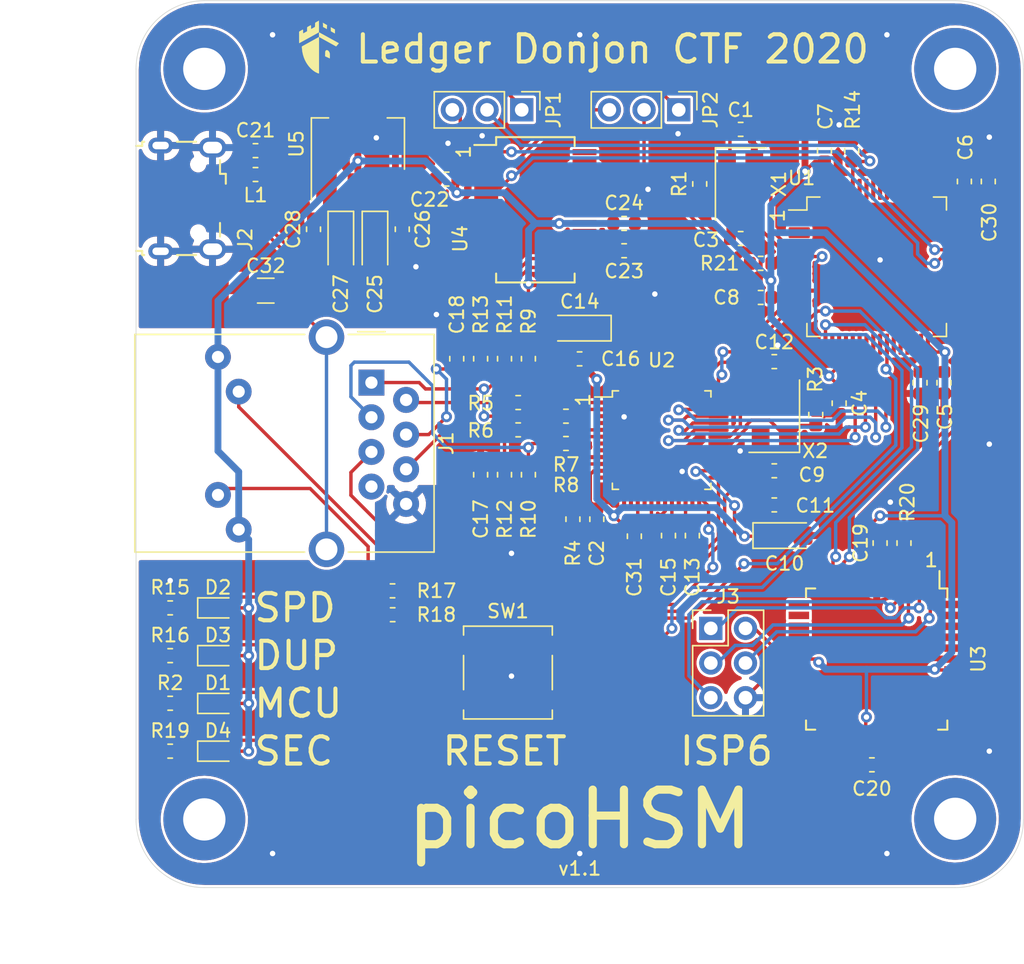
<source format=kicad_pcb>
(kicad_pcb (version 20200724) (host pcbnew "5.99.0-unknown-039b6fd~102~ubuntu18.04.1")
  (title_block (title "picoHSM") (date "2020-09-11") (rev "v1.0") (company "Ledger"))
  (layers (0 "F.Cu" signal) (31 "B.Cu" signal) (34 "B.Paste" user) (35 "F.Paste" user) (36 "B.SilkS" user) (37 "F.SilkS" user) (38 "B.Mask" user) (39 "F.Mask" user) (44 "Edge.Cuts" user))
  (net 0 "")
  (net 1 "GND")
  (net 2 "Net-(C1-Pad1)")
  (net 3 "Net-(C3-Pad1)")
  (net 4 "Net-(C9-Pad1)")
  (net 5 "Net-(C12-Pad1)")
  (net 6 "Net-(C13-Pad1)")
  (net 7 "Net-(C15-Pad1)")
  (net 8 "Net-(C17-Pad1)")
  (net 9 "Net-(C18-Pad1)")
  (net 10 "Net-(C21-Pad2)")
  (net 11 "+5V")
  (net 12 "Net-(C23-Pad1)")
  (net 13 "Earth")
  (net 14 "+3V3")
  (net 15 "/ethernet/LINK_LED")
  (net 16 "/ethernet/ACT_LED")
  (net 17 "Net-(J1-PadR6)")
  (net 18 "Net-(J1-PadR3)")
  (net 19 "Net-(J1-PadR2)")
  (net 20 "Net-(J1-PadR1)")
  (net 21 "Net-(J2-Pad3)")
  (net 22 "Net-(J2-Pad2)")
  (net 23 "Net-(R4-Pad1)")
  (net 24 "Net-(R5-Pad1)")
  (net 25 "Net-(R6-Pad1)")
  (net 26 "Net-(R7-Pad1)")
  (net 27 "Net-(R8-Pad1)")
  (net 28 "/USART1_RX")
  (net 29 "/USART1_TX")
  (net 30 "/MCO1")
  (net 31 "/SPI1_MOSI")
  (net 32 "/SPI1_MISO")
  (net 33 "/SPI1_SCK")
  (net 34 "/SPI1_NSS")
  (net 35 "/USART2_RX")
  (net 36 "/USART2_TX")
  (net 37 "/~RST")
  (net 38 "/~INT")
  (net 39 "Net-(D3-Pad1)")
  (net 40 "Net-(D2-Pad1)")
  (net 41 "/~RESET")
  (net 42 "Net-(C30-Pad1)")
  (net 43 "Net-(C29-Pad1)")
  (net 44 "Net-(J1-PadL3)")
  (net 45 "Net-(J1-PadL2)")
  (net 46 "Net-(R15-Pad1)")
  (net 47 "Net-(R16-Pad1)")
  (net 48 "Net-(D1-Pad1)")
  (net 49 "Net-(D4-Pad1)")
  (net 50 "Net-(R19-Pad1)")
  (net 51 "Net-(J3-Pad5)")
  (net 52 "/secure_mcu/MOSI")
  (net 53 "/secure_mcu/SCK")
  (net 54 "/secure_mcu/MISO")
  (net 55 "Net-(R2-Pad1)")
  (net 56 "/RTS")
  (net 57 "/DTR")
  (net 58 "Net-(JP1-Pad2)")
  (net 59 "Net-(JP2-Pad2)")
  (net 60 "Net-(R21-Pad2)")
  (module "Resistor_SMD:R_0603_1608Metric" (layer "F.Cu") (at 124.925 33.5 90)
    (fp_text reference "R14" (at 3 0.075 90) (layer "F.SilkS"))
    (fp_text value "10k")
    (pad "1" smd roundrect (at -0.7875 0 90) (size 0.875 0.95) (layers "F.Cu" "F.Paste" "F.Mask") (net 58 "Net-(JP1-Pad2)"))
    (pad "2" smd roundrect (at 0.7875 0 90) (size 0.875 0.95) (layers "F.Cu" "F.Paste" "F.Mask") (net 1 "GND"))
  )
  (module "Resistor_SMD:R_0603_1608Metric" (layer "F.Cu") (at 103.99 52.9525 180)
    (fp_text reference "R7" (at -0.01 -3.5475) (layer "F.SilkS"))
    (fp_text value "0")
    (pad "1" smd roundrect (at -0.7875 0 180) (size 0.875 0.95) (layers "F.Cu" "F.Paste" "F.Mask") (net 26 "Net-(R7-Pad1)"))
    (pad "2" smd roundrect (at 0.7875 0 180) (size 0.875 0.95) (layers "F.Cu" "F.Paste" "F.Mask") (net 20 "Net-(J1-PadR1)"))
  )
  (module "Resistor_SMD:R_0603_1608Metric" (layer "F.Cu") (at 99.49 57.24 90)
    (fp_text reference "R12" (at -3.26 0.01 90) (layer "F.SilkS"))
    (fp_text value "49.9")
    (pad "1" smd roundrect (at -0.7875 0 90) (size 0.875 0.95) (layers "F.Cu" "F.Paste" "F.Mask") (net 8 "Net-(C17-Pad1)"))
    (pad "2" smd roundrect (at 0.7875 0 90) (size 0.875 0.95) (layers "F.Cu" "F.Paste" "F.Mask") (net 17 "Net-(J1-PadR6)"))
  )
  (module "Resistor_SMD:R_0603_1608Metric" (layer "F.Cu") (at 75 73.99)
    (fp_text reference "R2" (at 0 -1.49) (layer "F.SilkS"))
    (fp_text value "330")
    (pad "1" smd roundrect (at -0.7875 0) (size 0.875 0.95) (layers "F.Cu" "F.Paste" "F.Mask") (net 55 "Net-(R2-Pad1)"))
    (pad "2" smd roundrect (at 0.7875 0) (size 0.875 0.95) (layers "F.Cu" "F.Paste" "F.Mask") (net 48 "Net-(D1-Pad1)"))
  )
  (module "Connector_RJ:RJ45_Amphenol_RJMG1BD3B8K1ANR" (layer "F.Cu") (at 89.74 50.49 -90)
    (fp_text reference "J1" (at 4.445 -5.49 90) (layer "F.SilkS"))
    (fp_text value "RJ45_Amphenol_RJMG1BD3B8K1ANR")
    (pad "" np_thru_hole circle (at 10.16 6.34 270) (size 3.25 3.25) (drill 3.25) (layers *.Cu *.Mask))
    (pad "" np_thru_hole circle (at -1.27 6.34 270) (size 3.25 3.25) (drill 3.25) (layers *.Cu *.Mask))
    (pad "13" thru_hole circle (at 12.22 3.29 270) (size 2.6 2.6) (drill 1.6) (layers *.Cu *.Mask) (net 13 "Earth"))
    (pad "13" thru_hole circle (at -3.33 3.29 270) (size 2.6 2.6) (drill 1.6) (layers *.Cu *.Mask) (net 13 "Earth"))
    (pad "L1" thru_hole circle (at 10.77 9.72 270) (size 1.89 1.89) (drill 0.89) (layers *.Cu *.Mask) (net 14 "+3V3"))
    (pad "L2" thru_hole circle (at 8.23 11.24 270) (size 1.89 1.89) (drill 0.89) (layers *.Cu *.Mask) (net 45 "Net-(J1-PadL2)"))
    (pad "L3" thru_hole circle (at 0.66 9.72 270) (size 1.89 1.89) (drill 0.89) (layers *.Cu *.Mask) (net 44 "Net-(J1-PadL3)"))
    (pad "L4" thru_hole circle (at -1.88 11.24 270) (size 1.89 1.89) (drill 0.89) (layers *.Cu *.Mask) (net 14 "+3V3"))
    (pad "R1" thru_hole rect (at 0 0 270) (size 1.9 1.9) (drill 0.9) (layers *.Cu *.Mask) (net 20 "Net-(J1-PadR1)"))
    (pad "R2" thru_hole circle (at 1.27 -2.54 270) (size 1.9 1.9) (drill 0.9) (layers *.Cu *.Mask) (net 19 "Net-(J1-PadR2)"))
    (pad "R3" thru_hole circle (at 2.54 0 270) (size 1.9 1.9) (drill 0.9) (layers *.Cu *.Mask) (net 18 "Net-(J1-PadR3)"))
    (pad "R4" thru_hole circle (at 3.81 -2.54 270) (size 1.9 1.9) (drill 0.9) (layers *.Cu *.Mask) (net 9 "Net-(C18-Pad1)"))
    (pad "R5" thru_hole circle (at 5.08 0 270) (size 1.9 1.9) (drill 0.9) (layers *.Cu *.Mask) (net 8 "Net-(C17-Pad1)"))
    (pad "R6" thru_hole circle (at 6.35 -2.54 270) (size 1.9 1.9) (drill 0.9) (layers *.Cu *.Mask) (net 17 "Net-(J1-PadR6)"))
    (pad "R7" thru_hole circle (at 7.62 0 270) (size 1.9 1.9) (drill 0.9) (layers *.Cu *.Mask))
    (pad "R8" thru_hole circle (at 8.89 -2.54 270) (size 1.9 1.9) (drill 0.9) (layers *.Cu *.Mask) (net 1 "GND"))
  )
  (module "Capacitor_SMD:C_0603_1608Metric" (layer "F.Cu") (at 119.25 48.9525)
    (fp_text reference "C12" (at 0 -1.43) (layer "F.SilkS"))
    (fp_text value "18pF")
    (pad "1" smd roundrect (at -0.7875 0) (size 0.875 0.95) (layers "F.Cu" "F.Paste" "F.Mask") (net 5 "Net-(C12-Pad1)"))
    (pad "2" smd roundrect (at 0.7875 0) (size 0.875 0.95) (layers "F.Cu" "F.Paste" "F.Mask") (net 1 "GND"))
  )
  (module "Capacitor_SMD:C_0603_1608Metric" (layer "F.Cu") (at 109 61.75 -90)
    (fp_text reference "C31" (at 3 0 90) (layer "F.SilkS"))
    (fp_text value "100n")
    (pad "1" smd roundrect (at -0.7875 0 270) (size 0.875 0.95) (layers "F.Cu" "F.Paste" "F.Mask") (net 14 "+3V3"))
    (pad "2" smd roundrect (at 0.7875 0 270) (size 0.875 0.95) (layers "F.Cu" "F.Paste" "F.Mask") (net 1 "GND"))
  )
  (module "Capacitor_Tantalum_SMD:CP_EIA-3216-10_Kemet-I" (layer "F.Cu") (at 90 40.25 -90)
    (fp_text reference "C25" (at 3.75 0 90) (layer "F.SilkS"))
    (fp_text value "10µ")
    (pad "1" smd roundrect (at -1.35 0 270) (size 1.4 1.35) (layers "F.Cu" "F.Paste" "F.Mask") (roundrect_rratio 0.1851851851851852) (net 11 "+5V"))
    (pad "2" smd roundrect (at 1.35 0 270) (size 1.4 1.35) (layers "F.Cu" "F.Paste" "F.Mask") (roundrect_rratio 0.1851851851851852) (net 1 "GND"))
  )
  (module "Capacitor_SMD:C_0603_1608Metric" (layer "F.Cu") (at 134.925 35.75 90)
    (fp_text reference "C30" (at -3 0.075 90) (layer "F.SilkS"))
    (fp_text value "2.2µ")
    (pad "1" smd roundrect (at -0.7875 0 90) (size 0.875 0.95) (layers "F.Cu" "F.Paste" "F.Mask") (net 42 "Net-(C30-Pad1)"))
    (pad "2" smd roundrect (at 0.7875 0 90) (size 0.875 0.95) (layers "F.Cu" "F.Paste" "F.Mask") (net 1 "GND"))
  )
  (module "Capacitor_SMD:C_0603_1608Metric" (layer "F.Cu") (at 126.4 78.5)
    (fp_text reference "C20" (at 0 1.75) (layer "F.SilkS"))
    (fp_text value "100n")
    (pad "1" smd roundrect (at -0.7875 0) (size 0.875 0.95) (layers "F.Cu" "F.Paste" "F.Mask") (net 14 "+3V3"))
    (pad "2" smd roundrect (at 0.7875 0) (size 0.875 0.95) (layers "F.Cu" "F.Paste" "F.Mask") (net 1 "GND"))
  )
  (module "Resistor_SMD:R_0603_1608Metric" (layer "F.Cu") (at 75 67)
    (fp_text reference "R15" (at 0 -1.5) (layer "F.SilkS"))
    (fp_text value "330")
    (pad "1" smd roundrect (at -0.7875 0) (size 0.875 0.95) (layers "F.Cu" "F.Paste" "F.Mask") (net 46 "Net-(R15-Pad1)"))
    (pad "2" smd roundrect (at 0.7875 0) (size 0.875 0.95) (layers "F.Cu" "F.Paste" "F.Mask") (net 40 "Net-(D2-Pad1)"))
  )
  (module "Capacitor_SMD:C_0603_1608Metric" (layer "F.Cu") (at 108.25 40.825)
    (fp_text reference "C23" (at 0 1.5) (layer "F.SilkS"))
    (fp_text value "100n")
    (pad "1" smd roundrect (at -0.7875 0) (size 0.875 0.95) (layers "F.Cu" "F.Paste" "F.Mask") (net 12 "Net-(C23-Pad1)"))
    (pad "2" smd roundrect (at 0.7875 0) (size 0.875 0.95) (layers "F.Cu" "F.Paste" "F.Mask") (net 1 "GND"))
  )
  (module "Capacitor_SMD:C_0603_1608Metric" (layer "F.Cu") (at 129.925 50.5 -90)
    (fp_text reference "C29" (at 3 -0.075 90) (layer "F.SilkS"))
    (fp_text value "2.2µ")
    (pad "1" smd roundrect (at -0.7875 0 270) (size 0.875 0.95) (layers "F.Cu" "F.Paste" "F.Mask") (net 43 "Net-(C29-Pad1)"))
    (pad "2" smd roundrect (at 0.7875 0 270) (size 0.875 0.95) (layers "F.Cu" "F.Paste" "F.Mask") (net 1 "GND"))
  )
  (module "Package_SO:SSOP-28_5.3x10.2mm_P0.65mm" (layer "F.Cu") (at 101.75 37.825)
    (fp_text reference "U4" (at -5.5 2.125 90) (layer "F.SilkS"))
    (fp_text value "FT232RL")
    (pad "1" smd rect (at -3.6 -4.225) (size 1.75 0.45) (layers "F.Cu" "F.Paste" "F.Mask") (net 28 "/USART1_RX"))
    (pad "2" smd rect (at -3.6 -3.575) (size 1.75 0.45) (layers "F.Cu" "F.Paste" "F.Mask") (net 57 "/DTR"))
    (pad "3" smd rect (at -3.6 -2.925) (size 1.75 0.45) (layers "F.Cu" "F.Paste" "F.Mask") (net 56 "/RTS"))
    (pad "4" smd rect (at -3.6 -2.275) (size 1.75 0.45) (layers "F.Cu" "F.Paste" "F.Mask") (net 14 "+3V3"))
    (pad "5" smd rect (at -3.6 -1.625) (size 1.75 0.45) (layers "F.Cu" "F.Paste" "F.Mask") (net 29 "/USART1_TX"))
    (pad "6" smd rect (at -3.6 -0.975) (size 1.75 0.45) (layers "F.Cu" "F.Paste" "F.Mask"))
    (pad "7" smd rect (at -3.6 -0.325) (size 1.75 0.45) (layers "F.Cu" "F.Paste" "F.Mask") (net 1 "GND"))
    (pad "8" smd rect (at -3.6 0.325) (size 1.75 0.45) (layers "F.Cu" "F.Paste" "F.Mask"))
    (pad "9" smd rect (at -3.6 0.975) (size 1.75 0.45) (layers "F.Cu" "F.Paste" "F.Mask"))
    (pad "10" smd rect (at -3.6 1.625) (size 1.75 0.45) (layers "F.Cu" "F.Paste" "F.Mask"))
    (pad "11" smd rect (at -3.6 2.275) (size 1.75 0.45) (layers "F.Cu" "F.Paste" "F.Mask"))
    (pad "12" smd rect (at -3.6 2.925) (size 1.75 0.45) (layers "F.Cu" "F.Paste" "F.Mask"))
    (pad "13" smd rect (at -3.6 3.575) (size 1.75 0.45) (layers "F.Cu" "F.Paste" "F.Mask"))
    (pad "14" smd rect (at -3.6 4.225) (size 1.75 0.45) (layers "F.Cu" "F.Paste" "F.Mask"))
    (pad "15" smd rect (at 3.6 4.225) (size 1.75 0.45) (layers "F.Cu" "F.Paste" "F.Mask") (net 21 "Net-(J2-Pad3)"))
    (pad "16" smd rect (at 3.6 3.575) (size 1.75 0.45) (layers "F.Cu" "F.Paste" "F.Mask") (net 22 "Net-(J2-Pad2)"))
    (pad "17" smd rect (at 3.6 2.925) (size 1.75 0.45) (layers "F.Cu" "F.Paste" "F.Mask") (net 12 "Net-(C23-Pad1)"))
    (pad "18" smd rect (at 3.6 2.275) (size 1.75 0.45) (layers "F.Cu" "F.Paste" "F.Mask") (net 1 "GND"))
    (pad "19" smd rect (at 3.6 1.625) (size 1.75 0.45) (layers "F.Cu" "F.Paste" "F.Mask"))
    (pad "20" smd rect (at 3.6 0.975) (size 1.75 0.45) (layers "F.Cu" "F.Paste" "F.Mask") (net 14 "+3V3"))
    (pad "21" smd rect (at 3.6 0.325) (size 1.75 0.45) (layers "F.Cu" "F.Paste" "F.Mask") (net 1 "GND"))
    (pad "22" smd rect (at 3.6 -0.325) (size 1.75 0.45) (layers "F.Cu" "F.Paste" "F.Mask"))
    (pad "23" smd rect (at 3.6 -0.975) (size 1.75 0.45) (layers "F.Cu" "F.Paste" "F.Mask"))
    (pad "24" smd rect (at 3.6 -1.625) (size 1.75 0.45) (layers "F.Cu" "F.Paste" "F.Mask"))
    (pad "25" smd rect (at 3.6 -2.275) (size 1.75 0.45) (layers "F.Cu" "F.Paste" "F.Mask") (net 1 "GND"))
    (pad "26" smd rect (at 3.6 -2.925) (size 1.75 0.45) (layers "F.Cu" "F.Paste" "F.Mask") (net 1 "GND"))
    (pad "27" smd rect (at 3.6 -3.575) (size 1.75 0.45) (layers "F.Cu" "F.Paste" "F.Mask"))
    (pad "28" smd rect (at 3.6 -4.225) (size 1.75 0.45) (layers "F.Cu" "F.Paste" "F.Mask"))
  )
  (module "Resistor_SMD:R_0603_1608Metric" (layer "F.Cu") (at 91.2975 67.5 180)
    (fp_text reference "R18" (at -3.2025 0) (layer "F.SilkS"))
    (fp_text value "330")
    (pad "1" smd roundrect (at -0.7875 0 180) (size 0.875 0.95) (layers "F.Cu" "F.Paste" "F.Mask") (net 16 "/ethernet/ACT_LED"))
    (pad "2" smd roundrect (at 0.7875 0 180) (size 0.875 0.95) (layers "F.Cu" "F.Paste" "F.Mask") (net 45 "Net-(J1-PadL2)"))
  )
  (module "Resistor_SMD:R_0603_1608Metric" (layer "F.Cu") (at 97.74 48.74 -90)
    (fp_text reference "R13" (at -3.24 -0.01 90) (layer "F.SilkS"))
    (fp_text value "10")
    (pad "1" smd roundrect (at -0.7875 0 270) (size 0.875 0.95) (layers "F.Cu" "F.Paste" "F.Mask") (net 9 "Net-(C18-Pad1)"))
    (pad "2" smd roundrect (at 0.7875 0 270) (size 0.875 0.95) (layers "F.Cu" "F.Paste" "F.Mask") (net 14 "+3V3"))
  )
  (module "Capacitor_SMD:C_0603_1608Metric" (layer "F.Cu") (at 104.99 48.75 180)
    (fp_text reference "C16" (at -3.01 0) (layer "F.SilkS"))
    (fp_text value "100n")
    (pad "1" smd roundrect (at -0.7875 0 180) (size 0.875 0.95) (layers "F.Cu" "F.Paste" "F.Mask") (net 14 "+3V3"))
    (pad "2" smd roundrect (at 0.7875 0 180) (size 0.875 0.95) (layers "F.Cu" "F.Paste" "F.Mask") (net 1 "GND"))
  )
  (module "Crystal:Crystal_SMD_5032-4Pin_5.0x3.2mm" (layer "F.Cu") (at 119.25 52.9525 90)
    (fp_text reference "X2" (at -2.5475 3 180) (layer "F.SilkS"))
    (fp_text value "25Mhz")
    (pad "1" smd rect (at -1.65 1 90) (size 1.6 1.3) (layers "F.Cu" "F.Paste" "F.Mask") (net 4 "Net-(C9-Pad1)"))
    (pad "2" smd rect (at 1.65 1 90) (size 1.6 1.3) (layers "F.Cu" "F.Paste" "F.Mask") (net 1 "GND"))
    (pad "3" smd rect (at 1.65 -1 90) (size 1.6 1.3) (layers "F.Cu" "F.Paste" "F.Mask") (net 5 "Net-(C12-Pad1)"))
    (pad "4" smd rect (at -1.65 -1 90) (size 1.6 1.3) (layers "F.Cu" "F.Paste" "F.Mask") (net 1 "GND"))
  )
  (module "Capacitor_SMD:C_0603_1608Metric" (layer "F.Cu") (at 95.99 48.74 90)
    (fp_text reference "C18" (at 3.24 0.01 90) (layer "F.SilkS"))
    (fp_text value "10n")
    (pad "1" smd roundrect (at -0.7875 0 90) (size 0.875 0.95) (layers "F.Cu" "F.Paste" "F.Mask") (net 9 "Net-(C18-Pad1)"))
    (pad "2" smd roundrect (at 0.7875 0 90) (size 0.875 0.95) (layers "F.Cu" "F.Paste" "F.Mask") (net 1 "GND"))
  )
  (module "Capacitor_SMD:C_0603_1608Metric" (layer "F.Cu") (at 127 62.25 90)
    (fp_text reference "C19" (at 0 -1.43 90) (layer "F.SilkS"))
    (fp_text value "100n")
    (pad "1" smd roundrect (at -0.7875 0 90) (size 0.875 0.95) (layers "F.Cu" "F.Paste" "F.Mask") (net 14 "+3V3"))
    (pad "2" smd roundrect (at 0.7875 0 90) (size 0.875 0.95) (layers "F.Cu" "F.Paste" "F.Mask") (net 1 "GND"))
  )
  (module "Connector_PinHeader_2.54mm:PinHeader_2x03_P2.54mm_Vertical" (layer "F.Cu") (at 114.6 68.5)
    (fp_text reference "J3" (at 1.27 -2.33) (layer "F.SilkS"))
    (fp_text value "Conn_02x03_Odd_Even")
    (pad "1" thru_hole rect (at 0 0) (size 1.7 1.7) (drill 1) (layers *.Cu *.Mask) (net 54 "/secure_mcu/MISO"))
    (pad "2" thru_hole oval (at 2.54 0) (size 1.7 1.7) (drill 1) (layers *.Cu *.Mask) (net 14 "+3V3"))
    (pad "3" thru_hole oval (at 0 2.54) (size 1.7 1.7) (drill 1) (layers *.Cu *.Mask) (net 53 "/secure_mcu/SCK"))
    (pad "4" thru_hole oval (at 2.54 2.54) (size 1.7 1.7) (drill 1) (layers *.Cu *.Mask) (net 52 "/secure_mcu/MOSI"))
    (pad "5" thru_hole oval (at 0 5.08) (size 1.7 1.7) (drill 1) (layers *.Cu *.Mask) (net 51 "Net-(J3-Pad5)"))
    (pad "6" thru_hole oval (at 2.54 5.08) (size 1.7 1.7) (drill 1) (layers *.Cu *.Mask) (net 1 "GND"))
  )
  (module "Resistor_SMD:R_0603_1608Metric" (layer "F.Cu") (at 75 70.5)
    (fp_text reference "R16" (at 0 -1.5) (layer "F.SilkS"))
    (fp_text value "330")
    (pad "1" smd roundrect (at -0.7875 0) (size 0.875 0.95) (layers "F.Cu" "F.Paste" "F.Mask") (net 47 "Net-(R16-Pad1)"))
    (pad "2" smd roundrect (at 0.7875 0) (size 0.875 0.95) (layers "F.Cu" "F.Paste" "F.Mask") (net 39 "Net-(D3-Pad1)"))
  )
  (module "Capacitor_SMD:C_0603_1608Metric" (layer "F.Cu") (at 124 52 -90)
    (fp_text reference "C4" (at 0 -1.5 90) (layer "F.SilkS"))
    (fp_text value "100n")
    (pad "1" smd roundrect (at -0.7875 0 270) (size 0.875 0.95) (layers "F.Cu" "F.Paste" "F.Mask") (net 14 "+3V3"))
    (pad "2" smd roundrect (at 0.7875 0 270) (size 0.875 0.95) (layers "F.Cu" "F.Paste" "F.Mask") (net 1 "GND"))
  )
  (module "Capacitor_SMD:C_0603_1608Metric" (layer "F.Cu") (at 119.25 59.4525)
    (fp_text reference "C11" (at 3 0.0475) (layer "F.SilkS"))
    (fp_text value "100n")
    (pad "1" smd roundrect (at -0.7875 0) (size 0.875 0.95) (layers "F.Cu" "F.Paste" "F.Mask") (net 14 "+3V3"))
    (pad "2" smd roundrect (at 0.7875 0) (size 0.875 0.95) (layers "F.Cu" "F.Paste" "F.Mask") (net 1 "GND"))
  )
  (module "Capacitor_SMD:C_0603_1608Metric" (layer "F.Cu") (at 95.25 35.575)
    (fp_text reference "C22" (at -1.25 1.5) (layer "F.SilkS"))
    (fp_text value "100n")
    (pad "1" smd roundrect (at -0.7875 0) (size 0.875 0.95) (layers "F.Cu" "F.Paste" "F.Mask") (net 1 "GND"))
    (pad "2" smd roundrect (at 0.7875 0) (size 0.875 0.95) (layers "F.Cu" "F.Paste" "F.Mask") (net 14 "+3V3"))
  )
  (module "Resistor_SMD:R_0603_1608Metric" (layer "F.Cu") (at 122.2875 52.84 90)
    (fp_text reference "R3" (at 2.59 -0.0375 90) (layer "F.SilkS"))
    (fp_text value "1M")
    (pad "1" smd roundrect (at -0.7875 0 90) (size 0.875 0.95) (layers "F.Cu" "F.Paste" "F.Mask") (net 4 "Net-(C9-Pad1)"))
    (pad "2" smd roundrect (at 0.7875 0 90) (size 0.875 0.95) (layers "F.Cu" "F.Paste" "F.Mask") (net 5 "Net-(C12-Pad1)"))
  )
  (module "Resistor_SMD:R_0603_1608Metric" (layer "F.Cu") (at 99.49 48.74 90)
    (fp_text reference "R11" (at 3.24 0.01 90) (layer "F.SilkS"))
    (fp_text value "49.9")
    (pad "1" smd roundrect (at -0.7875 0 90) (size 0.875 0.95) (layers "F.Cu" "F.Paste" "F.Mask") (net 20 "Net-(J1-PadR1)"))
    (pad "2" smd roundrect (at 0.7875 0 90) (size 0.875 0.95) (layers "F.Cu" "F.Paste" "F.Mask") (net 14 "+3V3"))
  )
  (module "Capacitor_SMD:C_0603_1608Metric" (layer "F.Cu") (at 116.7875 39.93125 180)
    (fp_text reference "C3" (at 2.5375 -0.1) (layer "F.SilkS"))
    (fp_text value "18pF")
    (pad "1" smd roundrect (at -0.7875 0 180) (size 0.875 0.95) (layers "F.Cu" "F.Paste" "F.Mask") (net 3 "Net-(C3-Pad1)"))
    (pad "2" smd roundrect (at 0.7875 0 180) (size 0.875 0.95) (layers "F.Cu" "F.Paste" "F.Mask") (net 1 "GND"))
  )
  (module "Capacitor_Tantalum_SMD:CP_EIA-3216-10_Kemet-I" (layer "F.Cu") (at 104.99 46.5 180)
    (fp_text reference "C14" (at -0.01 1.9525) (layer "F.SilkS"))
    (fp_text value "10µ")
    (pad "1" smd roundrect (at -1.35 0 180) (size 1.4 1.35) (layers "F.Cu" "F.Paste" "F.Mask") (roundrect_rratio 0.1851851851851852) (net 14 "+3V3"))
    (pad "2" smd roundrect (at 1.35 0 180) (size 1.4 1.35) (layers "F.Cu" "F.Paste" "F.Mask") (roundrect_rratio 0.1851851851851852) (net 1 "GND"))
  )
  (module "Connector_USB:USB_Micro-B_Wuerth_629105150521" (layer "F.Cu") (at 76.25 36.99 -90)
    (fp_text reference "J2" (at 3.01 -4.25 90) (layer "F.SilkS"))
    (fp_text value "USB_B_Micro")
    (pad "" np_thru_hole oval (at 2.5 -0.8 270) (size 0.8 0.8) (drill 0.8) (layers *.Cu *.Mask))
    (pad "" np_thru_hole oval (at -2.5 -0.8 270) (size 0.8 0.8) (drill 0.8) (layers *.Cu *.Mask))
    (pad "1" smd rect (at -1.3 -1.9 270) (size 0.45 1.3) (layers "F.Cu" "F.Paste" "F.Mask") (net 10 "Net-(C21-Pad2)"))
    (pad "2" smd rect (at -0.65 -1.9 270) (size 0.45 1.3) (layers "F.Cu" "F.Paste" "F.Mask") (net 22 "Net-(J2-Pad2)"))
    (pad "3" smd rect (at 0 -1.9 270) (size 0.45 1.3) (layers "F.Cu" "F.Paste" "F.Mask") (net 21 "Net-(J2-Pad3)"))
    (pad "4" smd rect (at 0.65 -1.9 270) (size 0.45 1.3) (layers "F.Cu" "F.Paste" "F.Mask"))
    (pad "5" smd rect (at 1.3 -1.9 270) (size 0.45 1.3) (layers "F.Cu" "F.Paste" "F.Mask") (net 1 "GND"))
    (pad "6" thru_hole oval (at -3.725 -1.85 270) (size 1.45 2) (drill oval 0.85 1.4) (layers *.Cu *.Mask) (net 1 "GND"))
    (pad "6" thru_hole oval (at -3.875 1.95 270) (size 1.15 1.8) (drill oval 0.55 1.2) (layers *.Cu *.Mask) (net 1 "GND"))
    (pad "6" thru_hole oval (at 3.875 1.95 270) (size 1.15 1.8) (drill oval 0.55 1.2) (layers *.Cu *.Mask) (net 1 "GND"))
    (pad "6" thru_hole oval (at 3.725 -1.85 270) (size 1.45 2) (drill oval 0.85 1.4) (layers *.Cu *.Mask) (net 1 "GND"))
  )
  (module "Diode_SMD:D_0603_1608Metric" (layer "F.Cu") (at 78.5 74)
    (fp_text reference "D1" (at 0 -1.5) (layer "F.SilkS"))
    (fp_text value "LED")
    (pad "1" smd roundrect (at -0.7875 0) (size 0.875 0.95) (layers "F.Cu" "F.Paste" "F.Mask") (net 48 "Net-(D1-Pad1)"))
    (pad "2" smd roundrect (at 0.7875 0) (size 0.875 0.95) (layers "F.Cu" "F.Paste" "F.Mask") (net 14 "+3V3"))
  )
  (module "Capacitor_Tantalum_SMD:CP_EIA-3216-10_Kemet-I" (layer "F.Cu") (at 120 61.7025)
    (fp_text reference "C10" (at 0 2.0475) (layer "F.SilkS"))
    (fp_text value "10µ")
    (pad "1" smd roundrect (at -1.35 0) (size 1.4 1.35) (layers "F.Cu" "F.Paste" "F.Mask") (roundrect_rratio 0.1851851851851852) (net 14 "+3V3"))
    (pad "2" smd roundrect (at 1.35 0) (size 1.4 1.35) (layers "F.Cu" "F.Paste" "F.Mask") (roundrect_rratio 0.1851851851851852) (net 1 "GND"))
  )
  (module "Capacitor_SMD:C_0603_1608Metric" (layer "F.Cu") (at 97.74 57.24 90)
    (fp_text reference "C17" (at -3.26 0.01 90) (layer "F.SilkS"))
    (fp_text value "10n")
    (pad "1" smd roundrect (at -0.7875 0 90) (size 0.875 0.95) (layers "F.Cu" "F.Paste" "F.Mask") (net 8 "Net-(C17-Pad1)"))
    (pad "2" smd roundrect (at 0.7875 0 90) (size 0.875 0.95) (layers "F.Cu" "F.Paste" "F.Mask") (net 1 "GND"))
  )
  (module "mylib:donjon-3000" (layer "F.Cu") (at 85.9 25.9)
    (fp_text reference "LOGO1" hide)
    (fp_text value "DONJON LOGO" hide)
  )
  (module "Diode_SMD:D_0603_1608Metric" (layer "F.Cu") (at 78.5 67)
    (fp_text reference "D2" (at 0 -1.5) (layer "F.SilkS"))
    (fp_text value "LED")
    (pad "1" smd roundrect (at -0.7875 0) (size 0.875 0.95) (layers "F.Cu" "F.Paste" "F.Mask") (net 40 "Net-(D2-Pad1)"))
    (pad "2" smd roundrect (at 0.7875 0) (size 0.875 0.95) (layers "F.Cu" "F.Paste" "F.Mask") (net 14 "+3V3"))
  )
  (module "Capacitor_SMD:C_0603_1608Metric" (layer "F.Cu") (at 119.25 56.9525 180)
    (fp_text reference "C9" (at -2.75 -0.2975) (layer "F.SilkS"))
    (fp_text value "18pF")
    (pad "1" smd roundrect (at -0.7875 0 180) (size 0.875 0.95) (layers "F.Cu" "F.Paste" "F.Mask") (net 4 "Net-(C9-Pad1)"))
    (pad "2" smd roundrect (at 0.7875 0 180) (size 0.875 0.95) (layers "F.Cu" "F.Paste" "F.Mask") (net 1 "GND"))
  )
  (module "Resistor_SMD:R_0603_1608Metric" (layer "F.Cu") (at 91.2875 65.75 180)
    (fp_text reference "R17" (at -3.2125 0) (layer "F.SilkS"))
    (fp_text value "330")
    (pad "1" smd roundrect (at -0.7875 0 180) (size 0.875 0.95) (layers "F.Cu" "F.Paste" "F.Mask") (net 15 "/ethernet/LINK_LED"))
    (pad "2" smd roundrect (at 0.7875 0 180) (size 0.875 0.95) (layers "F.Cu" "F.Paste" "F.Mask") (net 44 "Net-(J1-PadL3)"))
  )
  (module "Capacitor_SMD:C_0603_1608Metric" (layer "F.Cu") (at 131.675 50.5 -90)
    (fp_text reference "C5" (at 2.5 -0.075 90) (layer "F.SilkS"))
    (fp_text value "100n")
    (pad "1" smd roundrect (at -0.7875 0 270) (size 0.875 0.95) (layers "F.Cu" "F.Paste" "F.Mask") (net 14 "+3V3"))
    (pad "2" smd roundrect (at 0.7875 0 270) (size 0.875 0.95) (layers "F.Cu" "F.Paste" "F.Mask") (net 1 "GND"))
  )
  (module "Capacitor_SMD:C_1206_3216Metric_Pad1.42x1.75mm_HandSolder" (layer "F.Cu") (at 82 43.75)
    (fp_text reference "C32" (at 0 -1.82) (layer "F.SilkS"))
    (fp_text value "1n")
    (pad "1" smd roundrect (at -1.4875 0) (size 1.425 1.75) (layers "F.Cu" "F.Paste" "F.Mask") (roundrect_rratio 0.175439298245614) (net 1 "GND"))
    (pad "2" smd roundrect (at 1.4875 0) (size 1.425 1.75) (layers "F.Cu" "F.Paste" "F.Mask") (roundrect_rratio 0.175439298245614) (net 13 "Earth"))
  )
  (module "Resistor_SMD:R_0603_1608Metric" (layer "F.Cu") (at 104.5 60.5 -90)
    (fp_text reference "R4" (at 2.5 0 90) (layer "F.SilkS"))
    (fp_text value "12.4k 1%")
    (pad "1" smd roundrect (at -0.7875 0 270) (size 0.875 0.95) (layers "F.Cu" "F.Paste" "F.Mask") (net 23 "Net-(R4-Pad1)"))
    (pad "2" smd roundrect (at 0.7875 0 270) (size 0.875 0.95) (layers "F.Cu" "F.Paste" "F.Mask") (net 1 "GND"))
  )
  (module "Resistor_SMD:R_0603_1608Metric" (layer "F.Cu") (at 103.99 54.9525 180)
    (fp_text reference "R8" (at -0.01 -3.0475) (layer "F.SilkS"))
    (fp_text value "0")
    (pad "1" smd roundrect (at -0.7875 0 180) (size 0.875 0.95) (layers "F.Cu" "F.Paste" "F.Mask") (net 27 "Net-(R8-Pad1)"))
    (pad "2" smd roundrect (at 0.7875 0 180) (size 0.875 0.95) (layers "F.Cu" "F.Paste" "F.Mask") (net 18 "Net-(J1-PadR3)"))
  )
  (module "Crystal:Crystal_SMD_5032-4Pin_5.0x3.2mm" (layer "F.Cu") (at 116.7875 35.93125 -90)
    (fp_text reference "X1" (at 0 -2.8 90) (layer "F.SilkS"))
    (fp_text value "25Mhz")
    (pad "1" smd rect (at -1.65 1 270) (size 1.6 1.3) (layers "F.Cu" "F.Paste" "F.Mask") (net 2 "Net-(C1-Pad1)"))
    (pad "2" smd rect (at 1.65 1 270) (size 1.6 1.3) (layers "F.Cu" "F.Paste" "F.Mask") (net 1 "GND"))
    (pad "3" smd rect (at 1.65 -1 270) (size 1.6 1.3) (layers "F.Cu" "F.Paste" "F.Mask") (net 3 "Net-(C3-Pad1)"))
    (pad "4" smd rect (at -1.65 -1 270) (size 1.6 1.3) (layers "F.Cu" "F.Paste" "F.Mask") (net 1 "GND"))
  )
  (module "Capacitor_SMD:C_0603_1608Metric" (layer "F.Cu") (at 133.175 35.75 90)
    (fp_text reference "C6" (at 2.5 0.075 90) (layer "F.SilkS"))
    (fp_text value "100n")
    (pad "1" smd roundrect (at -0.7875 0 90) (size 0.875 0.95) (layers "F.Cu" "F.Paste" "F.Mask") (net 14 "+3V3"))
    (pad "2" smd roundrect (at 0.7875 0 90) (size 0.875 0.95) (layers "F.Cu" "F.Paste" "F.Mask") (net 1 "GND"))
  )
  (module "Package_QFP:TQFP-44_10x10mm_P0.8mm" (layer "F.Cu") (at 126.75 70.75 -90)
    (fp_text reference "U3" (at 0 -7.45 90) (layer "F.SilkS"))
    (fp_text value "ATmega1284P-AU")
    (pad "1" smd rect (at -5.7 -4 270) (size 1.5 0.55) (layers "F.Cu" "F.Paste" "F.Mask") (net 52 "/secure_mcu/MOSI"))
    (pad "2" smd rect (at -5.7 -3.2 270) (size 1.5 0.55) (layers "F.Cu" "F.Paste" "F.Mask") (net 54 "/secure_mcu/MISO"))
    (pad "3" smd rect (at -5.7 -2.4 270) (size 1.5 0.55) (layers "F.Cu" "F.Paste" "F.Mask") (net 53 "/secure_mcu/SCK"))
    (pad "4" smd rect (at -5.7 -1.6 270) (size 1.5 0.55) (layers "F.Cu" "F.Paste" "F.Mask") (net 51 "Net-(J3-Pad5)"))
    (pad "5" smd rect (at -5.7 -0.8 270) (size 1.5 0.55) (layers "F.Cu" "F.Paste" "F.Mask") (net 14 "+3V3"))
    (pad "6" smd rect (at -5.7 0 270) (size 1.5 0.55) (layers "F.Cu" "F.Paste" "F.Mask") (net 1 "GND"))
    (pad "7" smd rect (at -5.7 0.8 270) (size 1.5 0.55) (layers "F.Cu" "F.Paste" "F.Mask"))
    (pad "8" smd rect (at -5.7 1.6 270) (size 1.5 0.55) (layers "F.Cu" "F.Paste" "F.Mask") (net 30 "/MCO1"))
    (pad "9" smd rect (at -5.7 2.4 270) (size 1.5 0.55) (layers "F.Cu" "F.Paste" "F.Mask") (net 36 "/USART2_TX"))
    (pad "10" smd rect (at -5.7 3.2 270) (size 1.5 0.55) (layers "F.Cu" "F.Paste" "F.Mask") (net 35 "/USART2_RX"))
    (pad "11" smd rect (at -5.7 4 270) (size 1.5 0.55) (layers "F.Cu" "F.Paste" "F.Mask"))
    (pad "12" smd rect (at -4 5.7) (size 1.5 0.55) (layers "F.Cu" "F.Paste" "F.Mask"))
    (pad "13" smd rect (at -3.2 5.7) (size 1.5 0.55) (layers "F.Cu" "F.Paste" "F.Mask"))
    (pad "14" smd rect (at -2.4 5.7) (size 1.5 0.55) (layers "F.Cu" "F.Paste" "F.Mask"))
    (pad "15" smd rect (at -1.6 5.7) (size 1.5 0.55) (layers "F.Cu" "F.Paste" "F.Mask"))
    (pad "16" smd rect (at -0.8 5.7) (size 1.5 0.55) (layers "F.Cu" "F.Paste" "F.Mask"))
    (pad "17" smd rect (at 0 5.7) (size 1.5 0.55) (layers "F.Cu" "F.Paste" "F.Mask") (net 14 "+3V3"))
    (pad "18" smd rect (at 0.8 5.7) (size 1.5 0.55) (layers "F.Cu" "F.Paste" "F.Mask") (net 1 "GND"))
    (pad "19" smd rect (at 1.6 5.7) (size 1.5 0.55) (layers "F.Cu" "F.Paste" "F.Mask"))
    (pad "20" smd rect (at 2.4 5.7) (size 1.5 0.55) (layers "F.Cu" "F.Paste" "F.Mask"))
    (pad "21" smd rect (at 3.2 5.7) (size 1.5 0.55) (layers "F.Cu" "F.Paste" "F.Mask"))
    (pad "22" smd rect (at 4 5.7) (size 1.5 0.55) (layers "F.Cu" "F.Paste" "F.Mask"))
    (pad "23" smd rect (at 5.7 4 270) (size 1.5 0.55) (layers "F.Cu" "F.Paste" "F.Mask"))
    (pad "24" smd rect (at 5.7 3.2 270) (size 1.5 0.55) (layers "F.Cu" "F.Paste" "F.Mask"))
    (pad "25" smd rect (at 5.7 2.4 270) (size 1.5 0.55) (layers "F.Cu" "F.Paste" "F.Mask"))
    (pad "26" smd rect (at 5.7 1.6 270) (size 1.5 0.55) (layers "F.Cu" "F.Paste" "F.Mask"))
    (pad "27" smd rect (at 5.7 0.8 270) (size 1.5 0.55) (layers "F.Cu" "F.Paste" "F.Mask") (net 14 "+3V3"))
    (pad "28" smd rect (at 5.7 0 270) (size 1.5 0.55) (layers "F.Cu" "F.Paste" "F.Mask") (net 1 "GND"))
    (pad "29" smd rect (at 5.7 -0.8 270) (size 1.5 0.55) (layers "F.Cu" "F.Paste" "F.Mask"))
    (pad "30" smd rect (at 5.7 -1.6 270) (size 1.5 0.55) (layers "F.Cu" "F.Paste" "F.Mask"))
    (pad "31" smd rect (at 5.7 -2.4 270) (size 1.5 0.55) (layers "F.Cu" "F.Paste" "F.Mask"))
    (pad "32" smd rect (at 5.7 -3.2 270) (size 1.5 0.55) (layers "F.Cu" "F.Paste" "F.Mask"))
    (pad "33" smd rect (at 5.7 -4 270) (size 1.5 0.55) (layers "F.Cu" "F.Paste" "F.Mask"))
    (pad "34" smd rect (at 4 -5.7) (size 1.5 0.55) (layers "F.Cu" "F.Paste" "F.Mask"))
    (pad "35" smd rect (at 3.2 -5.7) (size 1.5 0.55) (layers "F.Cu" "F.Paste" "F.Mask"))
    (pad "36" smd rect (at 2.4 -5.7) (size 1.5 0.55) (layers "F.Cu" "F.Paste" "F.Mask"))
    (pad "37" smd rect (at 1.6 -5.7) (size 1.5 0.55) (layers "F.Cu" "F.Paste" "F.Mask") (net 50 "Net-(R19-Pad1)"))
    (pad "38" smd rect (at 0.8 -5.7) (size 1.5 0.55) (layers "F.Cu" "F.Paste" "F.Mask") (net 14 "+3V3"))
    (pad "39" smd rect (at 0 -5.7) (size 1.5 0.55) (layers "F.Cu" "F.Paste" "F.Mask") (net 1 "GND"))
    (pad "40" smd rect (at -0.8 -5.7) (size 1.5 0.55) (layers "F.Cu" "F.Paste" "F.Mask"))
    (pad "41" smd rect (at -1.6 -5.7) (size 1.5 0.55) (layers "F.Cu" "F.Paste" "F.Mask"))
    (pad "42" smd rect (at -2.4 -5.7) (size 1.5 0.55) (layers "F.Cu" "F.Paste" "F.Mask"))
    (pad "43" smd rect (at -3.2 -5.7) (size 1.5 0.55) (layers "F.Cu" "F.Paste" "F.Mask"))
    (pad "44" smd rect (at -4 -5.7) (size 1.5 0.55) (layers "F.Cu" "F.Paste" "F.Mask"))
  )
  (module "Resistor_SMD:R_0603_1608Metric" (layer "F.Cu") (at 118.25 41.75)
    (fp_text reference "R21" (at -3 0) (layer "F.SilkS"))
    (fp_text value "10k")
    (pad "1" smd roundrect (at -0.7875 0) (size 0.875 0.95) (layers "F.Cu" "F.Paste" "F.Mask") (net 59 "Net-(JP2-Pad2)"))
    (pad "2" smd roundrect (at 0.7875 0) (size 0.875 0.95) (layers "F.Cu" "F.Paste" "F.Mask") (net 60 "Net-(R21-Pad2)"))
  )
  (module "Diode_SMD:D_0603_1608Metric" (layer "F.Cu") (at 78.5 70.5)
    (fp_text reference "D3" (at 0 -1.5) (layer "F.SilkS"))
    (fp_text value "LED")
    (pad "1" smd roundrect (at -0.7875 0) (size 0.875 0.95) (layers "F.Cu" "F.Paste" "F.Mask") (net 39 "Net-(D3-Pad1)"))
    (pad "2" smd roundrect (at 0.7875 0) (size 0.875 0.95) (layers "F.Cu" "F.Paste" "F.Mask") (net 14 "+3V3"))
  )
  (module "Connector_PinHeader_2.54mm:PinHeader_1x03_P2.54mm_Vertical" (layer "F.Cu") (at 112.25 30.5 -90)
    (fp_text reference "JP2" (at 0 -2.33 90) (layer "F.SilkS"))
    (fp_text value "Jumper_3_Bridged12")
    (pad "1" thru_hole rect (at 0 0 270) (size 1.7 1.7) (drill 1) (layers *.Cu *.Mask) (net 14 "+3V3"))
    (pad "2" thru_hole oval (at 0 2.54 270) (size 1.7 1.7) (drill 1) (layers *.Cu *.Mask) (net 59 "Net-(JP2-Pad2)"))
    (pad "3" thru_hole oval (at 0 5.08 270) (size 1.7 1.7) (drill 1) (layers *.Cu *.Mask) (net 57 "/DTR"))
  )
  (module "Capacitor_SMD:C_0603_1608Metric" (layer "F.Cu") (at 111.5 61.7025 -90)
    (fp_text reference "C15" (at 3.0475 0 90) (layer "F.SilkS"))
    (fp_text value "4.7µ")
    (pad "1" smd roundrect (at -0.7875 0 270) (size 0.875 0.95) (layers "F.Cu" "F.Paste" "F.Mask") (net 7 "Net-(C15-Pad1)"))
    (pad "2" smd roundrect (at 0.7875 0 270) (size 0.875 0.95) (layers "F.Cu" "F.Paste" "F.Mask") (net 1 "GND"))
  )
  (module "Resistor_SMD:R_0603_1608Metric" (layer "F.Cu") (at 75 77.5)
    (fp_text reference "R19" (at 0 -1.5) (layer "F.SilkS"))
    (fp_text value "330")
    (pad "1" smd roundrect (at -0.7875 0) (size 0.875 0.95) (layers "F.Cu" "F.Paste" "F.Mask") (net 50 "Net-(R19-Pad1)"))
    (pad "2" smd roundrect (at 0.7875 0) (size 0.875 0.95) (layers "F.Cu" "F.Paste" "F.Mask") (net 49 "Net-(D4-Pad1)"))
  )
  (module "Capacitor_SMD:C_0603_1608Metric" (layer "F.Cu") (at 113.25 61.7025 -90)
    (fp_text reference "C13" (at 3.0475 0 90) (layer "F.SilkS"))
    (fp_text value "10n")
    (pad "1" smd roundrect (at -0.7875 0 270) (size 0.875 0.95) (layers "F.Cu" "F.Paste" "F.Mask") (net 6 "Net-(C13-Pad1)"))
    (pad "2" smd roundrect (at 0.7875 0 270) (size 0.875 0.95) (layers "F.Cu" "F.Paste" "F.Mask") (net 1 "GND"))
  )
  (module "Resistor_SMD:R_0603_1608Metric" (layer "F.Cu") (at 100.49 51.9525 180)
    (fp_text reference "R5" (at 2.74 -0.0475) (layer "F.SilkS"))
    (fp_text value "0")
    (pad "1" smd roundrect (at -0.7875 0 180) (size 0.875 0.95) (layers "F.Cu" "F.Paste" "F.Mask") (net 24 "Net-(R5-Pad1)"))
    (pad "2" smd roundrect (at 0.7875 0 180) (size 0.875 0.95) (layers "F.Cu" "F.Paste" "F.Mask") (net 19 "Net-(J1-PadR2)"))
  )
  (module "Capacitor_SMD:C_0603_1608Metric" (layer "F.Cu") (at 106.25 60.5 -90)
    (fp_text reference "C2" (at 2.5 0 90) (layer "F.SilkS"))
    (fp_text value "100n")
    (pad "1" smd roundrect (at -0.7875 0 270) (size 0.875 0.95) (layers "F.Cu" "F.Paste" "F.Mask") (net 14 "+3V3"))
    (pad "2" smd roundrect (at 0.7875 0 270) (size 0.875 0.95) (layers "F.Cu" "F.Paste" "F.Mask") (net 1 "GND"))
  )
  (module "Package_QFP:LQFP-48_7x7mm_P0.5mm" (layer "F.Cu") (at 111 54.7025)
    (fp_text reference "U2" (at 0 -5.85) (layer "F.SilkS"))
    (fp_text value "W5500")
    (pad "1" smd roundrect (at -4.1625 -2.75) (size 1.475 0.3) (layers "F.Cu" "F.Paste" "F.Mask") (net 24 "Net-(R5-Pad1)"))
    (pad "2" smd roundrect (at -4.1625 -2.25) (size 1.475 0.3) (layers "F.Cu" "F.Paste" "F.Mask") (net 26 "Net-(R7-Pad1)"))
    (pad "3" smd roundrect (at -4.1625 -1.75) (size 1.475 0.3) (layers "F.Cu" "F.Paste" "F.Mask") (net 1 "GND"))
    (pad "4" smd roundrect (at -4.1625 -1.25) (size 1.475 0.3) (layers "F.Cu" "F.Paste" "F.Mask") (net 14 "+3V3"))
    (pad "5" smd roundrect (at -4.1625 -0.75) (size 1.475 0.3) (layers "F.Cu" "F.Paste" "F.Mask") (net 25 "Net-(R6-Pad1)"))
    (pad "6" smd roundrect (at -4.1625 -0.25) (size 1.475 0.3) (layers "F.Cu" "F.Paste" "F.Mask") (net 27 "Net-(R8-Pad1)"))
    (pad "7" smd roundrect (at -4.1625 0.25) (size 1.475 0.3) (layers "F.Cu" "F.Paste" "F.Mask"))
    (pad "8" smd roundrect (at -4.1625 0.75) (size 1.475 0.3) (layers "F.Cu" "F.Paste" "F.Mask") (net 14 "+3V3"))
    (pad "9" smd roundrect (at -4.1625 1.25) (size 1.475 0.3) (layers "F.Cu" "F.Paste" "F.Mask") (net 1 "GND"))
    (pad "10" smd roundrect (at -4.1625 1.75) (size 1.475 0.3) (layers "F.Cu" "F.Paste" "F.Mask") (net 23 "Net-(R4-Pad1)"))
    (pad "11" smd roundrect (at -4.1625 2.25) (size 1.475 0.3) (layers "F.Cu" "F.Paste" "F.Mask") (net 14 "+3V3"))
    (pad "12" smd roundrect (at -4.1625 2.75) (size 1.475 0.3) (layers "F.Cu" "F.Paste" "F.Mask"))
    (pad "13" smd roundrect (at -2.75 4.1625) (size 0.3 1.475) (layers "F.Cu" "F.Paste" "F.Mask"))
    (pad "14" smd roundrect (at -2.25 4.1625) (size 0.3 1.475) (layers "F.Cu" "F.Paste" "F.Mask") (net 1 "GND"))
    (pad "15" smd roundrect (at -1.75 4.1625) (size 0.3 1.475) (layers "F.Cu" "F.Paste" "F.Mask") (net 14 "+3V3"))
    (pad "16" smd roundrect (at -1.25 4.1625) (size 0.3 1.475) (layers "F.Cu" "F.Paste" "F.Mask") (net 1 "GND"))
    (pad "17" smd roundrect (at -0.75 4.1625) (size 0.3 1.475) (layers "F.Cu" "F.Paste" "F.Mask") (net 14 "+3V3"))
    (pad "18" smd roundrect (at -0.25 4.1625) (size 0.3 1.475) (layers "F.Cu" "F.Paste" "F.Mask"))
    (pad "19" smd roundrect (at 0.25 4.1625) (size 0.3 1.475) (layers "F.Cu" "F.Paste" "F.Mask") (net 1 "GND"))
    (pad "20" smd roundrect (at 0.75 4.1625) (size 0.3 1.475) (layers "F.Cu" "F.Paste" "F.Mask") (net 7 "Net-(C15-Pad1)"))
    (pad "21" smd roundrect (at 1.25 4.1625) (size 0.3 1.475) (layers "F.Cu" "F.Paste" "F.Mask") (net 14 "+3V3"))
    (pad "22" smd roundrect (at 1.75 4.1625) (size 0.3 1.475) (layers "F.Cu" "F.Paste" "F.Mask") (net 6 "Net-(C13-Pad1)"))
    (pad "23" smd roundrect (at 2.25 4.1625) (size 0.3 1.475) (layers "F.Cu" "F.Paste" "F.Mask") (net 1 "GND"))
    (pad "24" smd roundrect (at 2.75 4.1625) (size 0.3 1.475) (layers "F.Cu" "F.Paste" "F.Mask") (net 46 "Net-(R15-Pad1)"))
    (pad "25" smd roundrect (at 4.1625 2.75) (size 1.475 0.3) (layers "F.Cu" "F.Paste" "F.Mask") (net 15 "/ethernet/LINK_LED"))
    (pad "26" smd roundrect (at 4.1625 2.25) (size 1.475 0.3) (layers "F.Cu" "F.Paste" "F.Mask") (net 47 "Net-(R16-Pad1)"))
    (pad "27" smd roundrect (at 4.1625 1.75) (size 1.475 0.3) (layers "F.Cu" "F.Paste" "F.Mask") (net 16 "/ethernet/ACT_LED"))
    (pad "28" smd roundrect (at 4.1625 1.25) (size 1.475 0.3) (layers "F.Cu" "F.Paste" "F.Mask") (net 14 "+3V3"))
    (pad "29" smd roundrect (at 4.1625 0.75) (size 1.475 0.3) (layers "F.Cu" "F.Paste" "F.Mask") (net 1 "GND"))
    (pad "30" smd roundrect (at 4.1625 0.25) (size 1.475 0.3) (layers "F.Cu" "F.Paste" "F.Mask") (net 4 "Net-(C9-Pad1)"))
    (pad "31" smd roundrect (at 4.1625 -0.25) (size 1.475 0.3) (layers "F.Cu" "F.Paste" "F.Mask") (net 5 "Net-(C12-Pad1)"))
    (pad "32" smd roundrect (at 4.1625 -0.75) (size 1.475 0.3) (layers "F.Cu" "F.Paste" "F.Mask") (net 34 "/SPI1_NSS"))
    (pad "33" smd roundrect (at 4.1625 -1.25) (size 1.475 0.3) (layers "F.Cu" "F.Paste" "F.Mask") (net 33 "/SPI1_SCK"))
    (pad "34" smd roundrect (at 4.1625 -1.75) (size 1.475 0.3) (layers "F.Cu" "F.Paste" "F.Mask") (net 32 "/SPI1_MISO"))
    (pad "35" smd roundrect (at 4.1625 -2.25) (size 1.475 0.3) (layers "F.Cu" "F.Paste" "F.Mask") (net 31 "/SPI1_MOSI"))
    (pad "36" smd roundrect (at 4.1625 -2.75) (size 1.475 0.3) (layers "F.Cu" "F.Paste" "F.Mask") (net 38 "/~INT"))
    (pad "37" smd roundrect (at 2.75 -4.1625) (size 0.3 1.475) (layers "F.Cu" "F.Paste" "F.Mask") (net 37 "/~RST"))
    (pad "38" smd roundrect (at 2.25 -4.1625) (size 0.3 1.475) (layers "F.Cu" "F.Paste" "F.Mask") (net 1 "GND"))
    (pad "39" smd roundrect (at 1.75 -4.1625) (size 0.3 1.475) (layers "F.Cu" "F.Paste" "F.Mask") (net 1 "GND"))
    (pad "40" smd roundrect (at 1.25 -4.1625) (size 0.3 1.475) (layers "F.Cu" "F.Paste" "F.Mask") (net 1 "GND"))
    (pad "41" smd roundrect (at 0.75 -4.1625) (size 0.3 1.475) (layers "F.Cu" "F.Paste" "F.Mask") (net 1 "GND"))
    (pad "42" smd roundrect (at 0.25 -4.1625) (size 0.3 1.475) (layers "F.Cu" "F.Paste" "F.Mask") (net 1 "GND"))
    (pad "43" smd roundrect (at -0.25 -4.1625) (size 0.3 1.475) (layers "F.Cu" "F.Paste" "F.Mask"))
    (pad "44" smd roundrect (at -0.75 -4.1625) (size 0.3 1.475) (layers "F.Cu" "F.Paste" "F.Mask"))
    (pad "45" smd roundrect (at -1.25 -4.1625) (size 0.3 1.475) (layers "F.Cu" "F.Paste" "F.Mask"))
    (pad "46" smd roundrect (at -1.75 -4.1625) (size 0.3 1.475) (layers "F.Cu" "F.Paste" "F.Mask"))
    (pad "47" smd roundrect (at -2.25 -4.1625) (size 0.3 1.475) (layers "F.Cu" "F.Paste" "F.Mask"))
    (pad "48" smd roundrect (at -2.75 -4.1625) (size 0.3 1.475) (layers "F.Cu" "F.Paste" "F.Mask") (net 1 "GND"))
  )
  (module "Button_Switch_SMD:SW_SPST_B3SL-1022P" (layer "F.Cu") (at 99.74 71.74)
    (fp_text reference "SW1" (at 0 -4.5) (layer "F.SilkS"))
    (fp_text value "RESET")
    (pad "1" smd rect (at 2.88 -2) (size 2.75 1) (layers "F.Cu" "F.Paste" "F.Mask") (net 1 "GND"))
    (pad "1" smd rect (at -2.88 -2) (size 2.75 1) (layers "F.Cu" "F.Paste" "F.Mask") (net 1 "GND"))
    (pad "2" smd rect (at -2.88 2) (size 2.75 1) (layers "F.Cu" "F.Paste" "F.Mask") (net 60 "Net-(R21-Pad2)"))
    (pad "2" smd rect (at 2.88 2) (size 2.75 1) (layers "F.Cu" "F.Paste" "F.Mask") (net 60 "Net-(R21-Pad2)"))
  )
  (module "Resistor_SMD:R_0603_1608Metric" (layer "F.Cu") (at 128.75 62.25 -90)
    (fp_text reference "R20" (at -3 -0.25 90) (layer "F.SilkS"))
    (fp_text value "10k")
    (pad "1" smd roundrect (at -0.7875 0 270) (size 0.875 0.95) (layers "F.Cu" "F.Paste" "F.Mask") (net 41 "/~RESET"))
    (pad "2" smd roundrect (at 0.7875 0 270) (size 0.875 0.95) (layers "F.Cu" "F.Paste" "F.Mask") (net 51 "Net-(J3-Pad5)"))
  )
  (module "Diode_SMD:D_0603_1608Metric" (layer "F.Cu") (at 78.5 77.5)
    (fp_text reference "D4" (at 0 -1.5) (layer "F.SilkS"))
    (fp_text value "LED")
    (pad "1" smd roundrect (at -0.7875 0) (size 0.875 0.95) (layers "F.Cu" "F.Paste" "F.Mask") (net 49 "Net-(D4-Pad1)"))
    (pad "2" smd roundrect (at 0.7875 0) (size 0.875 0.95) (layers "F.Cu" "F.Paste" "F.Mask") (net 14 "+3V3"))
  )
  (module "Capacitor_SMD:C_0603_1608Metric" (layer "F.Cu") (at 118.25 44.25 180)
    (fp_text reference "C8" (at 2.5 0) (layer "F.SilkS"))
    (fp_text value "100n")
    (pad "1" smd roundrect (at -0.7875 0 180) (size 0.875 0.95) (layers "F.Cu" "F.Paste" "F.Mask") (net 14 "+3V3"))
    (pad "2" smd roundrect (at 0.7875 0 180) (size 0.875 0.95) (layers "F.Cu" "F.Paste" "F.Mask") (net 1 "GND"))
  )
  (module "Capacitor_SMD:C_0603_1608Metric" (layer "F.Cu") (at 108.25 38.825 180)
    (fp_text reference "C24" (at 0 1.5) (layer "F.SilkS"))
    (fp_text value "100n")
    (pad "1" smd roundrect (at -0.7875 0 180) (size 0.875 0.95) (layers "F.Cu" "F.Paste" "F.Mask") (net 1 "GND"))
    (pad "2" smd roundrect (at 0.7875 0 180) (size 0.875 0.95) (layers "F.Cu" "F.Paste" "F.Mask") (net 14 "+3V3"))
  )
  (module "Package_QFP:LQFP-64_10x10mm_P0.5mm" (layer "F.Cu") (at 126.75 42)
    (fp_text reference "U1" (at -5.5 -6.5) (layer "F.SilkS"))
    (fp_text value "STM32F205RET6")
    (pad "1" smd roundrect (at -5.675 -3.75) (size 1.55 0.3) (layers "F.Cu" "F.Paste" "F.Mask"))
    (pad "2" smd roundrect (at -5.675 -3.25) (size 1.55 0.3) (layers "F.Cu" "F.Paste" "F.Mask"))
    (pad "3" smd roundrect (at -5.675 -2.75) (size 1.55 0.3) (layers "F.Cu" "F.Paste" "F.Mask"))
    (pad "4" smd roundrect (at -5.675 -2.25) (size 1.55 0.3) (layers "F.Cu" "F.Paste" "F.Mask"))
    (pad "5" smd roundrect (at -5.675 -1.75) (size 1.55 0.3) (layers "F.Cu" "F.Paste" "F.Mask") (net 2 "Net-(C1-Pad1)"))
    (pad "6" smd roundrect (at -5.675 -1.25) (size 1.55 0.3) (layers "F.Cu" "F.Paste" "F.Mask") (net 3 "Net-(C3-Pad1)"))
    (pad "7" smd roundrect (at -5.675 -0.75) (size 1.55 0.3) (layers "F.Cu" "F.Paste" "F.Mask") (net 60 "Net-(R21-Pad2)"))
    (pad "8" smd roundrect (at -5.675 -0.25) (size 1.55 0.3) (layers "F.Cu" "F.Paste" "F.Mask"))
    (pad "9" smd roundrect (at -5.675 0.25) (size 1.55 0.3) (layers "F.Cu" "F.Paste" "F.Mask"))
    (pad "10" smd roundrect (at -5.675 0.75) (size 1.55 0.3) (layers "F.Cu" "F.Paste" "F.Mask"))
    (pad "11" smd roundrect (at -5.675 1.25) (size 1.55 0.3) (layers "F.Cu" "F.Paste" "F.Mask"))
    (pad "12" smd roundrect (at -5.675 1.75) (size 1.55 0.3) (layers "F.Cu" "F.Paste" "F.Mask") (net 1 "GND"))
    (pad "13" smd roundrect (at -5.675 2.25) (size 1.55 0.3) (layers "F.Cu" "F.Paste" "F.Mask") (net 14 "+3V3"))
    (pad "14" smd roundrect (at -5.675 2.75) (size 1.55 0.3) (layers "F.Cu" "F.Paste" "F.Mask") (net 38 "/~INT"))
    (pad "15" smd roundrect (at -5.675 3.25) (size 1.55 0.3) (layers "F.Cu" "F.Paste" "F.Mask") (net 37 "/~RST"))
    (pad "16" smd roundrect (at -5.675 3.75) (size 1.55 0.3) (layers "F.Cu" "F.Paste" "F.Mask") (net 36 "/USART2_TX"))
    (pad "17" smd roundrect (at -3.75 5.675) (size 0.3 1.55) (layers "F.Cu" "F.Paste" "F.Mask") (net 35 "/USART2_RX"))
    (pad "18" smd roundrect (at -3.25 5.675) (size 0.3 1.55) (layers "F.Cu" "F.Paste" "F.Mask") (net 1 "GND"))
    (pad "19" smd roundrect (at -2.75 5.675) (size 0.3 1.55) (layers "F.Cu" "F.Paste" "F.Mask") (net 14 "+3V3"))
    (pad "20" smd roundrect (at -2.25 5.675) (size 0.3 1.55) (layers "F.Cu" "F.Paste" "F.Mask") (net 34 "/SPI1_NSS"))
    (pad "21" smd roundrect (at -1.75 5.675) (size 0.3 1.55) (layers "F.Cu" "F.Paste" "F.Mask") (net 33 "/SPI1_SCK"))
    (pad "22" smd roundrect (at -1.25 5.675) (size 0.3 1.55) (layers "F.Cu" "F.Paste" "F.Mask") (net 32 "/SPI1_MISO"))
    (pad "23" smd roundrect (at -0.75 5.675) (size 0.3 1.55) (layers "F.Cu" "F.Paste" "F.Mask") (net 31 "/SPI1_MOSI"))
    (pad "24" smd roundrect (at -0.25 5.675) (size 0.3 1.55) (layers "F.Cu" "F.Paste" "F.Mask"))
    (pad "25" smd roundrect (at 0.25 5.675) (size 0.3 1.55) (layers "F.Cu" "F.Paste" "F.Mask"))
    (pad "26" smd roundrect (at 0.75 5.675) (size 0.3 1.55) (layers "F.Cu" "F.Paste" "F.Mask") (net 55 "Net-(R2-Pad1)"))
    (pad "27" smd roundrect (at 1.25 5.675) (size 0.3 1.55) (layers "F.Cu" "F.Paste" "F.Mask"))
    (pad "28" smd roundrect (at 1.75 5.675) (size 0.3 1.55) (layers "F.Cu" "F.Paste" "F.Mask"))
    (pad "29" smd roundrect (at 2.25 5.675) (size 0.3 1.55) (layers "F.Cu" "F.Paste" "F.Mask"))
    (pad "30" smd roundrect (at 2.75 5.675) (size 0.3 1.55) (layers "F.Cu" "F.Paste" "F.Mask"))
    (pad "31" smd roundrect (at 3.25 5.675) (size 0.3 1.55) (layers "F.Cu" "F.Paste" "F.Mask") (net 43 "Net-(C29-Pad1)"))
    (pad "32" smd roundrect (at 3.75 5.675) (size 0.3 1.55) (layers "F.Cu" "F.Paste" "F.Mask") (net 14 "+3V3"))
    (pad "33" smd roundrect (at 5.675 3.75) (size 1.55 0.3) (layers "F.Cu" "F.Paste" "F.Mask"))
    (pad "34" smd roundrect (at 5.675 3.25) (size 1.55 0.3) (layers "F.Cu" "F.Paste" "F.Mask"))
    (pad "35" smd roundrect (at 5.675 2.75) (size 1.55 0.3) (layers "F.Cu" "F.Paste" "F.Mask"))
    (pad "36" smd roundrect (at 5.675 2.25) (size 1.55 0.3) (layers "F.Cu" "F.Paste" "F.Mask"))
    (pad "37" smd roundrect (at 5.675 1.75) (size 1.55 0.3) (layers "F.Cu" "F.Paste" "F.Mask"))
    (pad "38" smd roundrect (at 5.675 1.25) (size 1.55 0.3) (layers "F.Cu" "F.Paste" "F.Mask"))
    (pad "39" smd roundrect (at 5.675 0.75) (size 1.55 0.3) (layers "F.Cu" "F.Paste" "F.Mask"))
    (pad "40" smd roundrect (at 5.675 0.25) (size 1.55 0.3) (layers "F.Cu" "F.Paste" "F.Mask"))
    (pad "41" smd roundrect (at 5.675 -0.25) (size 1.55 0.3) (layers "F.Cu" "F.Paste" "F.Mask") (net 30 "/MCO1"))
    (pad "42" smd roundrect (at 5.675 -0.75) (size 1.55 0.3) (layers "F.Cu" "F.Paste" "F.Mask") (net 29 "/USART1_TX"))
    (pad "43" smd roundrect (at 5.675 -1.25) (size 1.55 0.3) (layers "F.Cu" "F.Paste" "F.Mask") (net 28 "/USART1_RX"))
    (pad "44" smd roundrect (at 5.675 -1.75) (size 1.55 0.3) (layers "F.Cu" "F.Paste" "F.Mask") (net 41 "/~RESET"))
    (pad "45" smd roundrect (at 5.675 -2.25) (size 1.55 0.3) (layers "F.Cu" "F.Paste" "F.Mask"))
    (pad "46" smd roundrect (at 5.675 -2.75) (size 1.55 0.3) (layers "F.Cu" "F.Paste" "F.Mask"))
    (pad "47" smd roundrect (at 5.675 -3.25) (size 1.55 0.3) (layers "F.Cu" "F.Paste" "F.Mask") (net 42 "Net-(C30-Pad1)"))
    (pad "48" smd roundrect (at 5.675 -3.75) (size 1.55 0.3) (layers "F.Cu" "F.Paste" "F.Mask") (net 14 "+3V3"))
    (pad "49" smd roundrect (at 3.75 -5.675) (size 0.3 1.55) (layers "F.Cu" "F.Paste" "F.Mask"))
    (pad "50" smd roundrect (at 3.25 -5.675) (size 0.3 1.55) (layers "F.Cu" "F.Paste" "F.Mask"))
    (pad "51" smd roundrect (at 2.75 -5.675) (size 0.3 1.55) (layers "F.Cu" "F.Paste" "F.Mask"))
    (pad "52" smd roundrect (at 2.25 -5.675) (size 0.3 1.55) (layers "F.Cu" "F.Paste" "F.Mask"))
    (pad "53" smd roundrect (at 1.75 -5.675) (size 0.3 1.55) (layers "F.Cu" "F.Paste" "F.Mask"))
    (pad "54" smd roundrect (at 1.25 -5.675) (size 0.3 1.55) (layers "F.Cu" "F.Paste" "F.Mask"))
    (pad "55" smd roundrect (at 0.75 -5.675) (size 0.3 1.55) (layers "F.Cu" "F.Paste" "F.Mask"))
    (pad "56" smd roundrect (at 0.25 -5.675) (size 0.3 1.55) (layers "F.Cu" "F.Paste" "F.Mask"))
    (pad "57" smd roundrect (at -0.25 -5.675) (size 0.3 1.55) (layers "F.Cu" "F.Paste" "F.Mask"))
    (pad "58" smd roundrect (at -0.75 -5.675) (size 0.3 1.55) (layers "F.Cu" "F.Paste" "F.Mask"))
    (pad "59" smd roundrect (at -1.25 -5.675) (size 0.3 1.55) (layers "F.Cu" "F.Paste" "F.Mask"))
    (pad "60" smd roundrect (at -1.75 -5.675) (size 0.3 1.55) (layers "F.Cu" "F.Paste" "F.Mask") (net 58 "Net-(JP1-Pad2)"))
    (pad "61" smd roundrect (at -2.25 -5.675) (size 0.3 1.55) (layers "F.Cu" "F.Paste" "F.Mask"))
    (pad "62" smd roundrect (at -2.75 -5.675) (size 0.3 1.55) (layers "F.Cu" "F.Paste" "F.Mask"))
    (pad "63" smd roundrect (at -3.25 -5.675) (size 0.3 1.55) (layers "F.Cu" "F.Paste" "F.Mask") (net 1 "GND"))
    (pad "64" smd roundrect (at -3.75 -5.675) (size 0.3 1.55) (layers "F.Cu" "F.Paste" "F.Mask") (net 14 "+3V3"))
  )
  (module "Resistor_SMD:R_0603_1608Metric" (layer "F.Cu") (at 101.24 57.24 90)
    (fp_text reference "R10" (at -3.26 0.01 90) (layer "F.SilkS"))
    (fp_text value "49.9")
    (pad "1" smd roundrect (at -0.7875 0 90) (size 0.875 0.95) (layers "F.Cu" "F.Paste" "F.Mask") (net 8 "Net-(C17-Pad1)"))
    (pad "2" smd roundrect (at 0.7875 0 90) (size 0.875 0.95) (layers "F.Cu" "F.Paste" "F.Mask") (net 18 "Net-(J1-PadR3)"))
  )
  (module "Capacitor_SMD:C_0603_1608Metric" (layer "F.Cu") (at 85.5 39.25 -90)
    (fp_text reference "C28" (at 0 1.5 90) (layer "F.SilkS"))
    (fp_text value "100n")
    (pad "1" smd roundrect (at -0.7875 0 270) (size 0.875 0.95) (layers "F.Cu" "F.Paste" "F.Mask") (net 14 "+3V3"))
    (pad "2" smd roundrect (at 0.7875 0 270) (size 0.875 0.95) (layers "F.Cu" "F.Paste" "F.Mask") (net 1 "GND"))
  )
  (module "Capacitor_SMD:C_0603_1608Metric" (layer "F.Cu") (at 116.7875 31.93125)
    (fp_text reference "C1" (at 0 -1.43) (layer "F.SilkS"))
    (fp_text value "18pF")
    (pad "1" smd roundrect (at -0.7875 0) (size 0.875 0.95) (layers "F.Cu" "F.Paste" "F.Mask") (net 2 "Net-(C1-Pad1)"))
    (pad "2" smd roundrect (at 0.7875 0) (size 0.875 0.95) (layers "F.Cu" "F.Paste" "F.Mask") (net 1 "GND"))
  )
  (module "Capacitor_Tantalum_SMD:CP_EIA-3216-10_Kemet-I" (layer "F.Cu") (at 87.5 40.25 -90)
    (fp_text reference "C27" (at 3.75 0 90) (layer "F.SilkS"))
    (fp_text value "10µ")
    (pad "1" smd roundrect (at -1.35 0 270) (size 1.4 1.35) (layers "F.Cu" "F.Paste" "F.Mask") (roundrect_rratio 0.1851851851851852) (net 14 "+3V3"))
    (pad "2" smd roundrect (at 1.35 0 270) (size 1.4 1.35) (layers "F.Cu" "F.Paste" "F.Mask") (roundrect_rratio 0.1851851851851852) (net 1 "GND"))
  )
  (module "Capacitor_SMD:C_0603_1608Metric" (layer "F.Cu") (at 92 39.25 -90)
    (fp_text reference "C26" (at 0 -1.5 90) (layer "F.SilkS"))
    (fp_text value "100n")
    (pad "1" smd roundrect (at -0.7875 0 270) (size 0.875 0.95) (layers "F.Cu" "F.Paste" "F.Mask") (net 11 "+5V"))
    (pad "2" smd roundrect (at 0.7875 0 270) (size 0.875 0.95) (layers "F.Cu" "F.Paste" "F.Mask") (net 1 "GND"))
  )
  (module "Connector_PinHeader_2.54mm:PinHeader_1x03_P2.54mm_Vertical" (layer "F.Cu") (at 100.75 30.5 -90)
    (fp_text reference "JP1" (at 0 -2.33 90) (layer "F.SilkS"))
    (fp_text value "Jumper_3_Bridged12")
    (pad "1" thru_hole rect (at 0 0 270) (size 1.7 1.7) (drill 1) (layers *.Cu *.Mask) (net 14 "+3V3"))
    (pad "2" thru_hole oval (at 0 2.54 270) (size 1.7 1.7) (drill 1) (layers *.Cu *.Mask) (net 58 "Net-(JP1-Pad2)"))
    (pad "3" thru_hole oval (at 0 5.08 270) (size 1.7 1.7) (drill 1) (layers *.Cu *.Mask) (net 56 "/RTS"))
  )
  (module "Resistor_SMD:R_0603_1608Metric" (layer "F.Cu") (at 100.49 53.9525 180)
    (fp_text reference "R6" (at 2.74 -0.0475) (layer "F.SilkS"))
    (fp_text value "0")
    (pad "1" smd roundrect (at -0.7875 0 180) (size 0.875 0.95) (layers "F.Cu" "F.Paste" "F.Mask") (net 25 "Net-(R6-Pad1)"))
    (pad "2" smd roundrect (at 0.7875 0 180) (size 0.875 0.95) (layers "F.Cu" "F.Paste" "F.Mask") (net 17 "Net-(J1-PadR6)"))
  )
  (module "Resistor_SMD:R_0603_1608Metric" (layer "F.Cu") (at 101.24 48.74 90)
    (fp_text reference "R9" (at 2.74 0.01 90) (layer "F.SilkS"))
    (fp_text value "49.9")
    (pad "1" smd roundrect (at -0.7875 0 90) (size 0.875 0.95) (layers "F.Cu" "F.Paste" "F.Mask") (net 19 "Net-(J1-PadR2)"))
    (pad "2" smd roundrect (at 0.7875 0 90) (size 0.875 0.95) (layers "F.Cu" "F.Paste" "F.Mask") (net 14 "+3V3"))
  )
  (module "Capacitor_SMD:C_0603_1608Metric" (layer "F.Cu") (at 122.925 33.5 90)
    (fp_text reference "C7" (at 2.5 0.075 90) (layer "F.SilkS"))
    (fp_text value "100n")
    (pad "1" smd roundrect (at -0.7875 0 90) (size 0.875 0.95) (layers "F.Cu" "F.Paste" "F.Mask") (net 14 "+3V3"))
    (pad "2" smd roundrect (at 0.7875 0 90) (size 0.875 0.95) (layers "F.Cu" "F.Paste" "F.Mask") (net 1 "GND"))
  )
  (module "Capacitor_SMD:C_0603_1608Metric" (layer "F.Cu") (at 81.25 33.49 180)
    (fp_text reference "C21" (at 0 1.49) (layer "F.SilkS"))
    (fp_text value "100n")
    (pad "1" smd roundrect (at -0.7875 0 180) (size 0.875 0.95) (layers "F.Cu" "F.Paste" "F.Mask") (net 1 "GND"))
    (pad "2" smd roundrect (at 0.7875 0 180) (size 0.875 0.95) (layers "F.Cu" "F.Paste" "F.Mask") (net 10 "Net-(C21-Pad2)"))
  )
  (module "Inductor_SMD:L_0603_1608Metric" (layer "F.Cu") (at 81.25 35.24)
    (fp_text reference "L1" (at 0 1.51) (layer "F.SilkS"))
    (fp_text value "Ferrite_Bead_Small")
    (pad "1" smd roundrect (at -0.7875 0) (size 0.875 0.95) (layers "F.Cu" "F.Paste" "F.Mask") (net 10 "Net-(C21-Pad2)"))
    (pad "2" smd roundrect (at 0.7875 0) (size 0.875 0.95) (layers "F.Cu" "F.Paste" "F.Mask") (net 11 "+5V"))
  )
  (module "Resistor_SMD:R_0603_1608Metric" (layer "F.Cu") (at 113.7875 35.93125 -90)
    (fp_text reference "R1" (at 0 1.5 90) (layer "F.SilkS"))
    (fp_text value "1M")
    (pad "1" smd roundrect (at -0.7875 0 270) (size 0.875 0.95) (layers "F.Cu" "F.Paste" "F.Mask") (net 2 "Net-(C1-Pad1)"))
    (pad "2" smd roundrect (at 0.7875 0 270) (size 0.875 0.95) (layers "F.Cu" "F.Paste" "F.Mask") (net 3 "Net-(C3-Pad1)"))
  )
  (module "Package_TO_SOT_SMD:SOT-223-3_TabPin2" (layer "F.Cu") (at 88.75 33 90)
    (fp_text reference "U5" (at 0 -4.5 90) (layer "F.SilkS"))
    (fp_text value "LD1117S33TR_SOT223")
    (pad "1" smd rect (at -3.15 -2.3 90) (size 2 1.5) (layers "F.Cu" "F.Paste" "F.Mask") (net 1 "GND"))
    (pad "2" smd rect (at 3.15 0 90) (size 2 3.8) (layers "F.Cu" "F.Paste" "F.Mask") (net 14 "+3V3"))
    (pad "2" smd rect (at -3.15 0 90) (size 2 1.5) (layers "F.Cu" "F.Paste" "F.Mask") (net 14 "+3V3"))
    (pad "3" smd rect (at -3.15 2.3 90) (size 2 1.5) (layers "F.Cu" "F.Paste" "F.Mask") (net 11 "+5V"))
  )
  (gr_arc (start 132.5 82.5) (end 137.5 82.5) (angle 90) (layer "Edge.Cuts") (width 0.05))
  (gr_arc (start 77.5 82.5) (end 77.5 87.5) (angle 90) (layer "Edge.Cuts") (width 0.05))
  (gr_line (start 132.5 87.5) (end 77.5 87.5) (layer "Edge.Cuts") (width 0.05))
  (gr_line (start 72.5 82.5) (end 72.5 27.5) (layer "Edge.Cuts") (width 0.05))
  (gr_arc (start 77.5 27.5) (end 72.5 27.5) (angle 90) (layer "Edge.Cuts") (width 0.05))
  (gr_arc (start 132.5 27.5) (end 132.5 22.5) (angle 90) (layer "Edge.Cuts") (width 0.05))
  (gr_line (start 137.5 27.5) (end 137.5 82.5) (layer "Edge.Cuts") (width 0.05))
  (gr_line (start 77.5 22.5) (end 132.5 22.5) (layer "Edge.Cuts") (width 0.05))
  (gr_text "RESET" (at 99.5 77.5) (layer "F.SilkS") (effects (font (size 2 2) (thickness 0.3))))
  (gr_text "1" (at 96.5 33.575 90) (layer "F.SilkS") (effects (font (size 1 1))))
  (gr_text "1" (at 119.5 38.25 90) (layer "F.SilkS") (effects (font (size 1 1))))
  (gr_text "ISP6" (at 115.75 77.5) (layer "F.SilkS") (effects (font (size 2 2) (thickness 0.3))))
  (gr_text "SPD" (at 81 67) (layer "F.SilkS") (effects (font (size 2 2) (thickness 0.3)) (justify left)))
  (gr_text "SEC" (at 81 77.5) (layer "F.SilkS") (effects (font (size 2 2) (thickness 0.3)) (justify left)))
  (gr_text "MCU" (at 81 74) (layer "F.SilkS") (effects (font (size 2 2) (thickness 0.3)) (justify left)))
  (gr_text "v1.1" (at 105 86.1) (layer "F.SilkS") (effects (font (size 1 1))))
  (gr_text "1" (at 105.25 51.75 90) (layer "F.SilkS") (effects (font (size 1 1))))
  (gr_text "DUP" (at 81 70.5) (layer "F.SilkS") (effects (font (size 2 2) (thickness 0.3)) (justify left)))
  (gr_text "picoHSM" (at 105 82.5) (layer "F.SilkS") (effects (font (size 4 4) (thickness 0.6))))
  (gr_text "Ledger Donjon CTF 2020" (at 107.4 26.05) (layer "F.SilkS") (effects (font (size 2 2) (thickness 0.3))))
  (gr_text "1" (at 130.75 63.5) (layer "F.SilkS") (effects (font (size 1 1))))
  (via (at 77.5 27.5) (size 6) (drill 3.1) (layers "F.Cu" "B.Cu") (net 0))
  (via (at 132.5 27.5) (size 6) (drill 3.1) (layers "F.Cu" "B.Cu") (net 0))
  (via (at 77.5 82.5) (size 6) (drill 3.1) (layers "F.Cu" "B.Cu") (net 0))
  (via (at 132.5 82.46) (size 6) (drill 3.1) (layers "F.Cu" "B.Cu") (net 0))
  (segment (start 127 61.4625) (end 127.75 60.7125) (width 0.25) (layer "F.Cu") (net 1))
  (segment (start 123.7875 31.8125) (end 124 31.6) (width 0.25) (layer "F.Cu") (net 1))
  (segment (start 124.925 32.7125) (end 123.7875 32.7125) (width 0.25) (layer "F.Cu") (net 1))
  (segment (start 112.5 57.073002) (end 112.5 57) (width 0.25) (layer "F.Cu") (net 1))
  (segment (start 116 39.93125) (end 116 37.79375) (width 0.25) (layer "F.Cu") (net 1))
  (segment (start 127.1875 78.5) (end 126.75 78.0625) (width 0.25) (layer "F.Cu") (net 1))
  (segment (start 115.1625 55.4525) (end 116.7025 55.4525) (width 0.25) (layer "F.Cu") (net 1))
  (segment (start 90.4375 41.6) (end 92 40.0375) (width 0.5) (layer "F.Cu") (net 1))
  (segment (start 117.575 32.2875) (end 117.7875 32.5) (width 0.25) (layer "F.Cu") (net 1))
  (segment (start 127.75 60.7125) (end 127.75 59.25) (width 0.25) (layer "F.Cu") (net 1))
  (segment (start 123.7875 32.7125) (end 122.925 32.7125) (width 0.25) (layer "F.Cu") (net 1))
  (segment (start 133.175 34.9625) (end 134.925 34.9625) (width 0.25) (layer "F.Cu") (net 1))
  (segment (start 113.25 57.823002) (end 112.5 57.073002) (width 0.25) (layer "F.Cu") (net 1))
  (segment (start 120.0375 48.9525) (end 120.0375 48.2875) (width 0.25) (layer "F.Cu") (net 1))
  (segment (start 111.25 59.917336) (end 110.69999 60.467346) (width 0.25) (layer "F.Cu") (net 1))
  (segment (start 85.9375 40.0375) (end 87.5 41.6) (width 0.5) (layer "F.Cu") (net 1))
  (segment (start 117.14 73.58) (end 119.17 71.55) (width 0.25) (layer "F.Cu") (net 1))
  (segment (start 129.925 51.2875) (end 131.675 51.2875) (width 0.25) (layer "F.Cu") (net 1))
  (segment (start 108.2025 52.9525) (end 108.25 53) (width 0.25) (layer "F.Cu") (net 1))
  (segment (start 90 41.6) (end 90.4375 41.6) (width 0.5) (layer "F.Cu") (net 1))
  (segment (start 119.17 71.55) (end 121.05 71.55) (width 0.25) (layer "F.Cu") (net 1))
  (segment (start 118.4625 54.815) (end 118.25 54.6025) (width 0.25) (layer "F.Cu") (net 1))
  (segment (start 87.5 41.6) (end 90 41.6) (width 0.5) (layer "F.Cu") (net 1))
  (segment (start 118.4625 56.9525) (end 118.4625 54.815) (width 0.25) (layer "F.Cu") (net 1))
  (segment (start 110.69999 60.467346) (end 110.69999 61.68999) (width 0.25) (layer "F.Cu") (net 1))
  (segment (start 116.7025 55.4525) (end 116.75 55.5) (width 0.25) (layer "F.Cu") (net 1))
  (segment (start 110.69999 61.68999) (end 111.5 62.49) (width 0.25) (layer "F.Cu") (net 1))
  (segment (start 123.7875 32.7125) (end 123.7875 31.8125) (width 0.25) (layer "F.Cu") (net 1))
  (segment (start 120.0375 51.09) (end 120.25 51.3025) (width 0.25) (layer "F.Cu") (net 1))
  (segment (start 120.0375 48.9525) (end 120.0375 51.09) (width 0.25) (layer "F.Cu") (net 1))
  (segment (start 116 37.79375) (end 115.7875 37.58125) (width 0.25) (layer "F.Cu") (net 1))
  (segment (start 126.75 78.0625) (end 126.75 76.45) (width 0.25) (layer "F.Cu") (net 1))
  (segment (start 113.25 58.865) (end 113.25 57.823002) (width 0.25) (layer "F.Cu") (net 1))
  (segment (start 111.25 58.865) (end 111.25 59.917336) (width 0.25) (layer "F.Cu") (net 1))
  (segment (start 85.5 40.0375) (end 85.9375 40.0375) (width 0.5) (layer "F.Cu") (net 1))
  (segment (start 120.0375 48.2875) (end 119.5 47.75) (width 0.25) (layer "F.Cu") (net 1))
  (segment (start 117.7875 34.28125) (end 117.7875 32.14375) (width 0.25) (layer "F.Cu") (net 1))
  (segment (start 106.8375 52.9525) (end 108.2025 52.9525) (width 0.25) (layer "F.Cu") (net 1))
  (segment (start 113.25 62.49) (end 111.5 62.49) (width 0.25) (layer "F.Cu") (net 1))
  (segment (start 96.86 69.74) (end 102.62 69.74) (width 0.25) (layer "F.Cu") (net 1))
  (segment (start 117.7875 32.14375) (end 117.575 31.93125) (width 0.25) (layer "F.Cu") (net 1))
  (via (at 110 36.325) (size 0.8) (drill 0.4) (layers "F.Cu" "B.Cu") (net 1))
  (via (at 100 72) (size 0.8) (drill 0.4) (layers "F.Cu" "B.Cu") (net 1))
  (via (at 116.75 55.5) (size 0.8) (drill 0.4) (layers "F.Cu" "B.Cu") (net 1))
  (via (at 105 25) (size 0.8) (drill 0.4) (layers "F.Cu" "B.Cu") (net 1))
  (via (at 110.5 44) (size 0.8) (drill 0.4) (layers "F.Cu" "B.Cu") (net 1))
  (via (at 135 55) (size 0.8) (drill 0.4) (layers "F.Cu" "B.Cu") (net 1))
  (via (at 82.5 85) (size 0.8) (drill 0.4) (layers "F.Cu" "B.Cu") (net 1))
  (via (at 100 63) (size 0.8) (drill 0.4) (layers "F.Cu" "B.Cu") (net 1))
  (via (at 127.75 59.25) (size 0.8) (drill 0.4) (layers "F.Cu" "B.Cu") (net 1))
  (via (at 112.2 32.25) (size 0.8) (drill 0.4) (layers "F.Cu" "B.Cu") (net 1))
  (via (at 119.5 47.75) (size 0.8) (drill 0.4) (layers "F.Cu" "B.Cu") (net 1))
  (via (at 95.35 32.95) (size 0.8) (drill 0.4) (layers "F.Cu" "B.Cu") (net 1))
  (via (at 135 32.5) (size 0.8) (drill 0.4) (layers "F.Cu" "B.Cu") (net 1))
  (via (at 135 77.5) (size 0.8) (drill 0.4) (layers "F.Cu" "B.Cu") (net 1))
  (via (at 82.5 25) (size 0.8) (drill 0.4) (layers "F.Cu" "B.Cu") (net 1))
  (via (at 75 65) (size 0.8) (drill 0.4) (layers "F.Cu" "B.Cu") (net 1))
  (via (at 97.85 32.4) (size 0.8) (drill 0.4) (layers "F.Cu" "B.Cu") (net 1))
  (via (at 127.5 25) (size 0.8) (drill 0.4) (layers "F.Cu" "B.Cu") (net 1))
  (via (at 127.5 85) (size 0.8) (drill 0.4) (layers "F.Cu" "B.Cu") (net 1))
  (via (at 112.5 57) (size 0.8) (drill 0.4) (layers "F.Cu" "B.Cu") (net 1))
  (via (at 127 41.5) (size 0.8) (drill 0.4) (layers "F.Cu" "B.Cu") (net 1))
  (via (at 94.5 45.5) (size 0.8) (drill 0.4) (layers "F.Cu" "B.Cu") (net 1))
  (via (at 124 31.6) (size 0.8) (drill 0.4) (layers "F.Cu" "B.Cu") (net 1))
  (via (at 105 85) (size 0.8) (drill 0.4) (layers "F.Cu" "B.Cu") (net 1))
  (via (at 90.1 32.55) (size 0.8) (drill 0.4) (layers "F.Cu" "B.Cu") (net 1))
  (via (at 93 42) (size 0.8) (drill 0.4) (layers "F.Cu" "B.Cu") (net 1))
  (via (at 108.25 53) (size 0.8) (drill 0.4) (layers "F.Cu" "B.Cu") (net 1))
  (segment (start 114.925 35.14375) (end 115.7875 34.28125) (width 0.25) (layer "F.Cu") (net 2))
  (segment (start 117.5375 36.03125) (end 115.7875 34.28125) (width 0.25) (layer "F.Cu") (net 2))
  (segment (start 119 39.258479) (end 119 36.884116) (width 0.25) (layer "F.Cu") (net 2))
  (segment (start 116 31.93125) (end 116 34.06875) (width 0.25) (layer "F.Cu") (net 2))
  (segment (start 119.991521 40.25) (end 119 39.258479) (width 0.25) (layer "F.Cu") (net 2))
  (segment (start 118.147134 36.03125) (end 117.5375 36.03125) (width 0.25) (layer "F.Cu") (net 2))
  (segment (start 113.7875 35.14375) (end 114.925 35.14375) (width 0.25) (layer "F.Cu") (net 2))
  (segment (start 119 36.884116) (end 118.147134 36.03125) (width 0.25) (layer "F.Cu") (net 2))
  (segment (start 121.075 40.25) (end 119.991521 40.25) (width 0.25) (layer "F.Cu") (net 2))
  (segment (start 114.225 36.28125) (end 113.7875 36.71875) (width 0.25) (layer "F.Cu") (net 3))
  (segment (start 117.575 37.79375) (end 117.7875 37.58125) (width 0.25) (layer "F.Cu") (net 3))
  (segment (start 121.075 40.75) (end 119.75 40.75) (width 0.25) (layer "F.Cu") (net 3))
  (segment (start 117.575 39.93125) (end 117.575 37.79375) (width 0.25) (layer "F.Cu") (net 3))
  (segment (start 117.7875 37.58125) (end 116.4875 36.28125) (width 0.25) (layer "F.Cu") (net 3))
  (segment (start 119.75 40.75) (end 117.575 38.575) (width 0.25) (layer "F.Cu") (net 3))
  (segment (start 116.4875 36.28125) (end 114.225 36.28125) (width 0.25) (layer "F.Cu") (net 3))
  (segment (start 117.575 38.575) (end 117.575 38.15) (width 0.25) (layer "F.Cu") (net 3))
  (segment (start 117.214728 53.60277) (end 117.567498 53.25) (width 0.25) (layer "F.Cu") (net 4))
  (segment (start 117.567498 53.25) (end 118.8975 53.25) (width 0.25) (layer "F.Cu") (net 4))
  (segment (start 118.8975 53.25) (end 120.25 54.6025) (width 0.25) (layer "F.Cu") (net 4))
  (segment (start 115.1625 54.9525) (end 116.103368 54.9525) (width 0.25) (layer "F.Cu") (net 4))
  (segment (start 120.0375 56.9525) (end 120.0375 54.815) (width 0.25) (layer "F.Cu") (net 4))
  (segment (start 120.0375 54.815) (end 120.25 54.6025) (width 0.25) (layer "F.Cu") (net 4))
  (segment (start 121.225 53.6275) (end 120.25 54.6025) (width 0.25) (layer "F.Cu") (net 4))
  (segment (start 122.2875 53.6275) (end 121.225 53.6275) (width 0.25) (layer "F.Cu") (net 4))
  (segment (start 117.214728 53.84114) (end 117.214728 53.60277) (width 0.25) (layer "F.Cu") (net 4))
  (segment (start 116.103368 54.9525) (end 117.214728 53.84114) (width 0.25) (layer "F.Cu") (net 4))
  (segment (start 118.4625 48.9525) (end 118.4625 51.09) (width 0.25) (layer "F.Cu") (net 5))
  (segment (start 119.375001 52.427501) (end 121.912499 52.427501) (width 0.25) (layer "F.Cu") (net 5))
  (segment (start 121.912499 52.427501) (end 122.2875 52.0525) (width 0.25) (layer "F.Cu") (net 5))
  (segment (start 118.4625 51.09) (end 118.25 51.3025) (width 0.25) (layer "F.Cu") (net 5))
  (segment (start 116.764719 52.787781) (end 118.25 51.3025) (width 0.25) (layer "F.Cu") (net 5))
  (segment (start 116.764719 53.654739) (end 116.764719 52.787781) (width 0.25) (layer "F.Cu") (net 5))
  (segment (start 115.1625 54.4525) (end 115.966958 54.4525) (width 0.25) (layer "F.Cu") (net 5))
  (segment (start 118.25 51.3025) (end 119.375001 52.427501) (width 0.25) (layer "F.Cu") (net 5))
  (segment (start 115.966958 54.4525) (end 116.764719 53.654739) (width 0.25) (layer "F.Cu") (net 5))
  (segment (start 113.25 60.915) (end 112.75 60.415) (width 0.25) (layer "F.Cu") (net 6))
  (segment (start 112.75 60.415) (end 112.75 58.865) (width 0.25) (layer "F.Cu") (net 6))
  (segment (start 111.5 60.915) (end 111.75 60.665) (width 0.25) (layer "F.Cu") (net 7))
  (segment (start 111.75 60.665) (end 111.75 58.865) (width 0.25) (layer "F.Cu") (net 7))
  (segment (start 99.49 58.0275) (end 97.74 58.0275) (width 0.25) (layer "F.Cu") (net 8))
  (segment (start 88.24 57.07) (end 88.24 58.743501) (width 0.25) (layer "F.Cu") (net 8))
  (segment (start 94.63375 61.5) (end 97.74 58.39375) (width 0.25) (layer "F.Cu") (net 8))
  (segment (start 90.996499 61.5) (end 94.63375 61.5) (width 0.25) (layer "F.Cu") (net 8))
  (segment (start 88.24 58.743501) (end 90.996499 61.5) (width 0.25) (layer "F.Cu") (net 8))
  (segment (start 97.74 58.39375) (end 97.74 58.0275) (width 0.25) (layer "F.Cu") (net 8))
  (segment (start 89.74 55.57) (end 88.24 57.07) (width 0.25) (layer "F.Cu") (net 8))
  (segment (start 99.49 58.0275) (end 101.24 58.0275) (width 0.25) (layer "F.Cu") (net 8))
  (segment (start 95.99 49.5275) (end 96.165 49.5275) (width 0.25) (layer "F.Cu") (net 9))
  (segment (start 95.9525 49.49) (end 95.99 49.5275) (width 0.25) (layer "F.Cu") (net 9))
  (segment (start 96.165 49.5275) (end 97.74 47.9525) (width 0.25) (layer "F.Cu") (net 9))
  (segment (start 92.28 54.3) (end 93.93 54.3) (width 0.25) (layer "F.Cu") (net 9))
  (segment (start 94.49 49.49) (end 95.9525 49.49) (width 0.25) (layer "F.Cu") (net 9))
  (segment (start 93.93 54.3) (end 95.24 52.99) (width 0.25) (layer "F.Cu") (net 9))
  (via (at 94.49 49.49) (size 0.8) (drill 0.4) (layers "F.Cu" "B.Cu") (net 9))
  (via (at 95.24 52.99) (size 0.8) (drill 0.4) (layers "F.Cu" "B.Cu") (net 9))
  (segment (start 95.24 50.24) (end 94.49 49.49) (width 0.25) (layer "B.Cu") (net 9))
  (segment (start 95.24 52.99) (end 95.24 50.24) (width 0.25) (layer "B.Cu") (net 9))
  (segment (start 80.4625 35.24) (end 78.6 35.24) (width 0.25) (layer "F.Cu") (net 10))
  (segment (start 78.6 35.24) (end 78.15 35.69) (width 0.25) (layer "F.Cu") (net 10))
  (segment (start 80.4625 33.49) (end 80.4625 35.24) (width 0.25) (layer "F.Cu") (net 10))
  (segment (start 91.05 36.15) (end 91.05 37.85) (width 0.5) (layer "F.Cu") (net 11))
  (segment (start 91 28) (end 86.25 28) (width 0.5) (layer "F.Cu") (net 11))
  (segment (start 84.5 32.7775) (end 82.0375 35.24) (width 0.5) (layer "F.Cu") (net 11))
  (segment (start 91.05 37.5125) (end 92 38.4625) (width 0.5) (layer "F.Cu") (net 11))
  (segment (start 91.05 36.15) (end 91.5 35.7) (width 0.5) (layer "F.Cu") (net 11))
  (segment (start 91.05 36.15) (end 91.05 37.5125) (width 0.5) (layer "F.Cu") (net 11))
  (segment (start 91.5 35.7) (end 91.5 28.5) (width 0.5) (layer "F.Cu") (net 11))
  (segment (start 91.5 28.5) (end 91 28) (width 0.5) (layer "F.Cu") (net 11))
  (segment (start 91.05 37.85) (end 90 38.9) (width 0.5) (layer "F.Cu") (net 11))
  (segment (start 84.5 29.75) (end 84.5 32.7775) (width 0.5) (layer "F.Cu") (net 11))
  (segment (start 86.25 28) (end 84.5 29.75) (width 0.5) (layer "F.Cu") (net 11))
  (segment (start 107.4625 40.825) (end 105.425 40.825) (width 0.25) (layer "F.Cu") (net 12))
  (segment (start 105.425 40.825) (end 105.35 40.75) (width 0.25) (layer "F.Cu") (net 12))
  (segment (start 86.45 47.16) (end 83.4875 44.1975) (width 0.25) (layer "F.Cu") (net 13))
  (segment (start 83.4875 44.1975) (end 83.4875 43.75) (width 0.25) (layer "F.Cu") (net 13))
  (segment (start 86.45 47.16) (end 86.45 62.71) (width 0.25) (layer "B.Cu") (net 13))
  (segment (start 119.0375 43.0375) (end 119 43) (width 0.25) (layer "F.Cu") (net 14))
  (segment (start 132.35 38.25) (end 132.35 37.3625) (width 0.25) (layer "F.Cu") (net 14))
  (segment (start 132.45 71.55) (end 131.05 71.55) (width 0.25) (layer "F.Cu") (net 14))
  (segment (start 123 34.3625) (end 122.925 34.2875) (width 0.25) (layer "F.Cu") (net 14))
  (segment (start 119.0375 42.9625) (end 119 43) (width 0.25) (layer "F.Cu") (net 14))
  (segment (start 106.8375 56.9525) (end 107.641958 56.9525) (width 0.25) (layer "F.Cu") (net 14))
  (segment (start 126.19999 61.014846) (end 126.964836 60.25) (width 0.25) (layer "F.Cu") (net 14))
  (segment (start 109 60.9625) (end 109.475 60.9625) (width 0.25) (layer "F.Cu") (net 14))
  (segment (start 110.508052 57.80249) (end 110.25 58.060542) (width 0.25) (layer "F.Cu") (net 14))
  (segment (start 131.675 48.325) (end 131.75 48.25) (width 0.25) (layer "F.Cu") (net 14))
  (segment (start 79.2875 74) (end 80.75 74) (width 0.25) (layer "F.Cu") (net 14))
  (segment (start 119.0375 44.25) (end 119.0375 43.0375) (width 0.25) (layer "F.Cu") (net 14))
  (segment (start 107.90001 56.694448) (end 107.90001 55.15001) (width 0.25) (layer "F.Cu") (net 14))
  (segment (start 109.25 58.865) (end 109.25 60.7125) (width 0.25) (layer "F.Cu") (net 14))
  (segment (start 125.95 75.05) (end 126 75) (width 0.25) (layer "F.Cu") (net 14))
  (segment (start 124 51.2125) (end 124 50.75) (width 0.25) (layer "F.Cu") (net 14))
  (segment (start 132.35 37.3625) (end 133.175 36.5375) (width 0.25) (layer "F.Cu") (net 14))
  (segment (start 102.1 29.15) (end 102.35 29.15) (width 0.25) (layer "F.Cu") (net 14))
  (segment (start 107.641958 56.9525) (end 107.90001 56.694448) (width 0.25) (layer "F.Cu") (net 14))
  (segment (start 124 49.25) (end 123.25 50) (width 0.25) (layer "F.Cu") (net 14))
  (segment (start 105.7775 49.2225) (end 105.7775 49.7775) (width 0.5) (layer "F.Cu") (net 14))
  (segment (start 94.25 30) (end 95.1 29.15) (width 0.25) (layer "F.Cu") (net 14))
  (segment (start 99.6 29.15) (end 102.35 29.15) (width 0.25) (layer "F.Cu") (net 14))
  (segment (start 124 50.75) (end 123.25 50) (width 0.25) (layer "F.Cu") (net 14))
  (segment (start 121.5 32.48153) (end 123.23153 30.75) (width 0.5) (layer "F.Cu") (net 14))
  (segment (start 106.34 46.5) (end 103.09 43.25) (width 0.5) (layer "F.Cu") (net 14))
  (segment (start 102.35 29.15) (end 110.9 29.15) (width 0.25) (layer "F.Cu") (net 14))
  (segment (start 80.75 70.5) (end 79.2875 70.5) (width 0.25) (layer "F.Cu") (net 14))
  (segment (start 88.75 36.15) (end 88.75 37.65) (width 0.5) (layer "F.Cu") (net 14))
  (segment (start 105.7775 47.0625) (end 106.34 46.5) (width 0.5) (layer "F.Cu") (net 14))
  (segment (start 121.05 70.75) (end 122.275 70.75) (width 0.25) (layer "F.Cu") (net 14))
  (segment (start 120.05 70.75) (end 117.8 68.5) (width 0.25) (layer "F.Cu") (net 14))
  (segment (start 103.525 38.8) (end 103.5 38.825) (width 0.25) (layer "F.Cu") (net 14))
  (segment (start 116.103368 55.9525) (end 116.95001 56.799142) (width 0.25) (layer "F.Cu") (net 14))
  (segment (start 105.7775 49.7775) (end 106.25 50.25) (width 0.5) (layer "F.Cu") (net 14))
  (segment (start 122.275 70.75) (end 122.5 70.975) (width 0.25) (layer "F.Cu") (net 14))
  (segment (start 111.991948 57.80249) (end 110.508052 57.80249) (width 0.25) (layer "F.Cu") (net 14))
  (segment (start 121.5 34.25) (end 121.5 32.48153) (width 0.5) (layer "F.Cu") (net 14))
  (segment (start 119.0375 44.25) (end 121 44.25) (width 0.25) (layer "F.Cu") (net 14))
  (segment (start 124 51.2125) (end 123.925 51.1375) (width 0.25) (layer "F.Cu") (net 14))
  (segment (start 105.7775 48.75) (end 105.7775 47.0625) (width 0.5) (layer "F.Cu") (net 14))
  (segment (start 106.9625 59.7125) (end 107.5 60.25) (width 0.25) (layer "F.Cu") (net 14))
  (segment (start 88.75 34.25) (end 88.75 36.15) (width 0.5) (layer "F.Cu") (net 14))
  (segment (start 87.0625 38.4625) (end 87.5 38.9) (width 0.5) (layer "F.Cu") (net 14))
  (segment (start 107.90001 55.194448) (end 107.641958 55.4525) (width 0.25) (layer "F.Cu") (net 14))
  (segment (start 122.925 34.2875) (end 122.2125 34.2875) (width 0.25) (layer "F.Cu") (net 14))
  (segment (start 125.95 76.45) (end 125.95 78.1625) (width 0.25) (layer "F.Cu") (net 14))
  (segment (start 131.75 48.25) (end 131.075 48.25) (width 0.25) (layer "F.Cu") (net 14))
  (segment (start 107.641958 55.4525) (end 106.8375 55.4525) (width 0.25) (layer "F.Cu") (net 14))
  (segment (start 88.75 37.65) (end 87.5 38.9) (width 0.5) (layer "F.Cu") (net 14))
  (segment (start 103.09 43.25) (end 101.25 43.25) (width 0.5) (layer "F.Cu") (net 14))
  (segment (start 107.90001 53.710552) (end 107.90001 55.15001) (width 0.25) (layer "F.Cu") (net 14))
  (segment (start 100.75 30.5) (end 100.75 30.3) (width 0.25) (layer "F.Cu") (net 14))
  (segment (start 101.24 47.9525) (end 99.49 47.9525) (width 0.25) (layer "F.Cu") (net 14))
  (segment (start 121.5 34.25) (end 121.5 35) (width 0.5) (layer "F.Cu") (net 14))
  (segment (start 131.05 71.55) (end 131 71.5) (width 0.25) (layer "F.Cu") (net 14))
  (segment (start 115.1625 55.9525) (end 116.103368 55.9525) (width 0.25) (layer "F.Cu") (net 14))
  (segment (start 125.95 76.45) (end 125.95 75.05) (width 0.25) (layer "F.Cu") (net 14))
  (segment (start 121.05 70.75) (end 120.05 70.75) (width 0.25) (layer "F.Cu") (net 14))
  (segment (start 117.06251 61.75) (end 118.6025 61.75) (width 0.25) (layer "F.Cu") (net 14))
  (segment (start 105.35 38.8) (end 103.525 38.8) (width 0.25) (layer "F.Cu") (net 14))
  (segment (start 118.2025 59.4525) (end 118.4625 59.4525) (width 0.25) (layer "F.Cu") (net 14))
  (segment (start 125.95 78.1625) (end 125.6125 78.5) (width 0.25) (layer "F.Cu") (net 14))
  (segment (start 121.5375 34.2875) (end 121.5 34.25) (width 0.25) (layer "F.Cu") (net 14))
  (segment (start 106.25 59.7125) (end 106.9625 59.7125) (width 0.25) (layer "F.Cu") (net 14))
  (segment (start 95.1 29.15) (end 99.6 29.15) (width 0.25) (layer "F.Cu") (net 14))
  (segment (start 123.23153 30.75) (end 126.9 30.75) (width 0.5) (layer "F.Cu") (net 14))
  (segment (start 109.25 60.7125) (end 109 60.9625) (width 0.25) (layer "F.Cu") (net 14))
  (segment (start 97.915 49.5275) (end 99.49 47.9525) (width 0.25) (layer "F.Cu") (net 14))
  (segment (start 116.95001 58.20001) (end 118.2025 59.4525) (width 0.25) (layer "F.Cu") (net 14))
  (segment (start 105.7775 49.371958) (end 105.7775 49.2225) (width 0.25) (layer "F.Cu") (net 14))
  (segment (start 88.75 29.85) (end 88.75 34.25) (width 0.5) (layer "F.Cu") (net 14))
  (segment (start 123 36.325) (end 123 34.3625) (width 0.25) (layer "F.Cu") (net 14))
  (segment (start 127 63.0375) (end 126.19999 62.23749) (width 0.25) (layer "F.Cu") (net 14))
  (segment (start 107.4625 38.825) (end 105.375 38.825) (width 0.25) (layer "F.Cu") (net 14))
  (segment (start 96.0375 35.575) (end 94.25 33.7875) (width 0.25) (layer "F.Cu") (net 14))
  (segment (start 110.25 58.060542) (end 110.25 58.865) (width 0.25) (layer "F.Cu") (net 14))
  (segment (start 105.77499 57.210552) (end 105.77499 59.23749) (width 0.25) (layer "F.Cu") (net 14))
  (segment (start 110.9 29.15) (end 112.25 30.5) (width 0.25) (layer "F.Cu") (net 14))
  (segment (start 112.25 58.060542) (end 111.991948 57.80249) (width 0.25) (layer "F.Cu") (net 14))
  (segment (start 108.2125 60.9625) (end 107.5 60.25) (width 0.25) (layer "F.Cu") (net 14))
  (segment (start 131.675 49.7125) (end 131.675 48.325) (width 0.25) (layer "F.Cu") (net 14))
  (segment (start 122.2125 34.2875) (end 121.5 35) (width 0.25) (layer "F.Cu") (net 14))
  (segment (start 132.6875 36.5375) (end 133.175 36.5375) (width 0.5) (layer "F.Cu") (net 14))
  (segment (start 118.6025 61.75) (end 118.65 61.7025) (width 0.25) (layer "F.Cu") (net 14))
  (segment (start 118.4625 61.515) (end 118.65 61.7025) (width 0.25) (layer "F.Cu") (net 14))
  (segment (start 106.8375 53.4525) (end 107.641958 53.4525) (width 0.25) (layer "F.Cu") (net 14))
  (segment (start 109.475 60.9625) (end 110.25 60.1875) (width 0.25) (layer "F.Cu") (net 14))
  (segment (start 117.8 68.5) (end 117.14 68.5) (width 0.25) (layer "F.Cu") (net 14))
  (segment (start 107.90001 55.15001) (end 107.90001 55.194448) (width 0.25) (layer "F.Cu") (net 14))
  (segment (start 101.24 47.9525) (end 101.24 43.26) (width 0.25) (layer "F.Cu") (net 14))
  (segment (start 85.5 38.4625) (end 87.0625 38.4625) (width 0.5) (layer "F.Cu") (net 14))
  (segment (start 127.55 63.5875) (end 127.55 65.05) (width 0.25) (layer "F.Cu") (net 14))
  (segment (start 106.033042 56.9525) (end 105.77499 57.210552) (width 0.25) (layer "F.Cu") (net 14))
  (segment (start 118.4625 59.4525) (end 118.4625 61.515) (width 0.25) (layer "F.Cu") (net 14))
  (segment (start 126.9 30.75) (end 132.6875 36.5375) (width 0.5) (layer "F.Cu") (net 14))
  (segment (start 97.74 49.5275) (end 97.915 49.5275) (width 0.25) (layer "F.Cu") (net 14))
  (segment (start 126.19999 62.23749) (end 126.19999 61.014846) (width 0.25) (layer "F.Cu") (net 14))
  (segment (start 109 60.9625) (end 108.2125 60.9625) (width 0.25) (layer "F.Cu") (net 14))
  (segment (start 79.2875 67) (end 80.75 67) (width 0.25) (layer "F.Cu") (net 14))
  (segment (start 124 47.675) (end 124 49.25) (width 0.25) (layer "F.Cu") (net 14))
  (segment (start 131.075 48.25) (end 130.5 47.675) (width 0.25) (layer "F.Cu") (net 14))
  (segment (start 116.95001 56.799142) (end 116.95001 58.20001) (width 0.25) (layer "F.Cu") (net 14))
  (segment (start 96.2375 35.55) (end 98.15 35.55) (width 0.25) (layer "F.Cu") (net 14))
  (segment (start 105.7775 49.2225) (end 105.7775 48.75) (width 0.25) (layer "F.Cu") (net 14))
  (segment (start 79.2875 77.5) (end 80.75 77.5) (width 0.25) (layer "F.Cu") (net 14))
  (segment (start 105.375 38.825) (end 105.35 38.8) (width 0.25) (layer "F.Cu") (net 14))
  (segment (start 100.75 30.3) (end 99.6 29.15) (width 0.25) (layer "F.Cu") (net 14))
  (segment (start 112.25 58.865) (end 112.25 58.060542) (width 0.25) (layer "F.Cu") (net 14))
  (segment (start 127 63.0375) (end 127.55 63.5875) (width 0.25) (layer "F.Cu") (net 14))
  (segment (start 101.24 43.26) (end 101.25 43.25) (width 0.25) (layer "F.Cu") (net 14))
  (segment (start 106.8375 56.9525) (end 106.033042 56.9525) (width 0.25) (layer "F.Cu") (net 14))
  (segment (start 96.0375 35.575) (end 96.0375 36.5375) (width 0.25) (layer "F.Cu") (net 14))
  (segment (start 126.964836 60.25) (end 127 60.25) (width 0.25) (layer "F.Cu") (net 14))
  (segment (start 107.641958 53.4525) (end 107.90001 53.710552) (width 0.25) (layer "F.Cu") (net 14))
  (segment (start 110.25 60.1875) (end 110.25 58.865) (width 0.25) (layer "F.Cu") (net 14))
  (segment (start 94.25 33.7875) (end 94.25 30) (width 0.25) (layer "F.Cu") (net 14))
  (segment (start 105.77499 59.23749) (end 106.25 59.7125) (width 0.25) (layer "F.Cu") (net 14))
  (via (at 126 75) (size 0.8) (drill 0.4) (layers "F.Cu" "B.Cu") (net 14))
  (via (at 122.5 70.975) (size 0.8) (drill 0.4) (layers "F.Cu" "B.Cu") (net 14))
  (via (at 131.75 48.25) (size 0.8) (drill 0.4) (layers "F.Cu" "B.Cu") (net 14))
  (via (at 117.06251 61.75) (size 0.8) (drill 0.4) (layers "F.Cu" "B.Cu") (net 14))
  (via (at 80.75 67) (size 0.8) (drill 0.4) (layers "F.Cu" "B.Cu") (net 14))
  (via (at 96 36.575) (size 0.8) (drill 0.4) (layers "F.Cu" "B.Cu") (net 14))
  (via (at 103.5 38.825) (size 0.8) (drill 0.4) (layers "F.Cu" "B.Cu") (net 14))
  (via (at 127 60.25) (size 0.8) (drill 0.4) (layers "F.Cu" "B.Cu") (net 14))
  (via (at 80.75 74) (size 0.8) (drill 0.4) (layers "F.Cu" "B.Cu") (net 14))
  (via (at 121.5 35) (size 0.8) (drill 0.4) (layers "F.Cu" "B.Cu") (net 14))
  (via (at 119 43) (size 0.8) (drill 0.4) (layers "F.Cu" "B.Cu") (net 14))
  (via (at 80.75 70.5) (size 0.8) (drill 0.4) (layers "F.Cu" "B.Cu") (net 14))
  (via (at 88.75 34.25) (size 0.8) (drill 0.4) (layers "F.Cu" "B.Cu") (net 14))
  (via (at 107.5 60.25) (size 0.8) (drill 0.4) (layers "F.Cu" "B.Cu") (net 14))
  (via (at 80.75 77.5) (size 0.8) (drill 0.4) (layers "F.Cu" "B.Cu") (net 14))
  (via (at 101.25 43.25) (size 0.8) (drill 0.4) (layers "F.Cu" "B.Cu") (net 14))
  (via (at 131 71.5) (size 0.8) (drill 0.4) (layers "F.Cu" "B.Cu") (net 14))
  (via (at 123.25 50) (size 0.8) (drill 0.4) (layers "F.Cu" "B.Cu") (net 14))
  (via (at 106.25 50.25) (size 0.8) (drill 0.4) (layers "F.Cu" "B.Cu") (net 14))
  (segment (start 80.75 67) (end 80.75 61.99) (width 0.5) (layer "B.Cu") (net 14))
  (segment (start 132.25 70.25) (end 131 71.5) (width 0.5) (layer "B.Cu") (net 14))
  (segment (start 114.825 38.825) (end 115.275 39.275) (width 0.5) (layer "B.Cu") (net 14))
  (segment (start 80.75 74) (end 80.75 70.5) (width 0.5) (layer "B.Cu") (net 14))
  (segment (start 119 39.5) (end 123 39.5) (width 0.5) (layer "B.Cu") (net 14))
  (segment (start 119 39.5) (end 119 37.5) (width 0.5) (layer "B.Cu") (net 14))
  (segment (start 126 75) (end 126 71.5) (width 0.25) (layer "B.Cu") (net 14))
  (segment (start 114.962509 59.649999) (end 115.531255 60.218745) (width 0.5) (layer "B.Cu") (net 14))
  (segment (start 108.100001 59.649999) (end 114.962509 59.649999) (width 0.5) (layer "B.Cu") (net 14))
  (segment (start 106.25 59) (end 107.5 60.25) (width 0.5) (layer "B.Cu") (net 14))
  (segment (start 78.5 48.61) (end 78.5 44.5) (width 0.5) (layer "B.Cu") (net 14))
  (segment (start 99.5 36.575) (end 101.75 38.825) (width 0.5) (layer "B.Cu") (net 14))
  (segment (start 119 45.75) (end 123.25 50) (width 0.5) (layer "B.Cu") (net 14))
  (segment (start 112.5 38.825) (end 114.825 38.825) (width 0.5) (layer "B.Cu") (net 14))
  (segment (start 126 71.5) (end 123.025 71.5) (width 0.5) (layer "B.Cu") (net 14))
  (segment (start 80.75 61.99) (end 80.02 61.26) (width 0.5) (layer "B.Cu") (net 14))
  (segment (start 88.75 34.25) (end 93.675 34.25) (width 0.5) (layer "B.Cu") (net 14))
  (segment (start 80.02 61.26) (end 80.02 57.02) (width 0.5) (layer "B.Cu") (net 14))
  (segment (start 127.375 43.875) (end 131.75 48.25) (width 0.5) (layer "B.Cu") (net 14))
  (segment (start 78.5 55.5) (end 78.5 48.61) (width 0.5) (layer "B.Cu") (net 14))
  (segment (start 123.025 71.5) (end 122.5 70.975) (width 0.5) (layer "B.Cu") (net 14))
  (segment (start 119 43) (end 119 45.75) (width 0.5) (layer "B.Cu") (net 14))
  (segment (start 101.25 39.325) (end 101.75 38.825) (width 0.5) (layer "B.Cu") (net 14))
  (segment (start 78.5 44.5) (end 88.75 34.25) (width 0.5) (layer "B.Cu") (net 14))
  (segment (start 106.25 50.25) (end 106.25 59) (width 0.5) (layer "B.Cu") (net 14))
  (segment (start 119 37.5) (end 121.5 35) (width 0.5) (layer "B.Cu") (net 14))
  (segment (start 127 60.25) (end 131.75 60.25) (width 0.25) (layer "B.Cu") (net 14))
  (segment (start 115.06251 59.75) (end 115.531255 60.218745) (width 0.5) (layer "B.Cu") (net 14))
  (segment (start 107.5 60.25) (end 108.100001 59.649999) (width 0.5) (layer "B.Cu") (net 14))
  (segment (start 115.531255 60.218745) (end 117.06251 61.75) (width 0.5) (layer "B.Cu") (net 14))
  (segment (start 126.5 43) (end 127.375 43.875) (width 0.5) (layer "B.Cu") (net 14))
  (segment (start 131.75 60.25) (end 132.25 60.75) (width 0.5) (layer "B.Cu") (net 14))
  (segment (start 80.02 57.02) (end 78.5 55.5) (width 0.5) (layer "B.Cu") (net 14))
  (segment (start 115.275 39.275) (end 119 43) (width 0.5) (layer "B.Cu") (net 14))
  (segment (start 131 71.5) (end 126 71.5) (width 0.5) (layer "B.Cu") (net 14))
  (segment (start 119 43) (end 119 39.5) (width 0.5) (layer "B.Cu") (net 14))
  (segment (start 103.5 38.825) (end 112.5 38.825) (width 0.5) (layer "B.Cu") (net 14))
  (segment (start 101.75 38.825) (end 103.5 38.825) (width 0.5) (layer "B.Cu") (net 14))
  (segment (start 93.675 34.25) (end 96 36.575) (width 0.5) (layer "B.Cu") (net 14))
  (segment (start 131.75 48.25) (end 131.75 60.25) (width 0.5) (layer "B.Cu") (net 14))
  (segment (start 101.25 43.25) (end 101.25 39.325) (width 0.5) (layer "B.Cu") (net 14))
  (segment (start 80.75 67) (end 80.75 70.5) (width 0.5) (layer "B.Cu") (net 14))
  (segment (start 96 36.575) (end 99.5 36.575) (width 0.5) (layer "B.Cu") (net 14))
  (segment (start 123 39.5) (end 127.375 43.875) (width 0.5) (layer "B.Cu") (net 14))
  (segment (start 80.75 77.5) (end 80.75 74) (width 0.5) (layer "B.Cu") (net 14))
  (segment (start 132.25 60.75) (end 132.25 70.25) (width 0.5) (layer "B.Cu") (net 14))
  (segment (start 92.075 65.75) (end 111.237664 65.75) (width 0.25) (layer "F.Cu") (net 15))
  (segment (start 111.237664 65.75) (end 115.1625 61.825164) (width 0.25) (layer "F.Cu") (net 15))
  (segment (start 115.1625 61.825164) (end 115.1625 57.4525) (width 0.25) (layer "F.Cu") (net 15))
  (segment (start 92.085 67.5) (end 93.335 66.25) (width 0.25) (layer "F.Cu") (net 16))
  (segment (start 116.5 56.985542) (end 115.966958 56.4525) (width 0.25) (layer "F.Cu") (net 16))
  (segment (start 115.61251 62.011564) (end 115.61251 58.88749) (width 0.25) (layer "F.Cu") (net 16))
  (segment (start 115.61251 58.88749) (end 116.5 58) (width 0.25) (layer "F.Cu") (net 16))
  (segment (start 115.966958 56.4525) (end 115.1625 56.4525) (width 0.25) (layer "F.Cu") (net 16))
  (segment (start 93.335 66.25) (end 111.374074 66.25) (width 0.25) (layer "F.Cu") (net 16))
  (segment (start 111.374074 66.25) (end 115.61251 62.011564) (width 0.25) (layer "F.Cu") (net 16))
  (segment (start 116.5 58) (end 116.5 56.985542) (width 0.25) (layer "F.Cu") (net 16))
  (segment (start 99.7025 53.9525) (end 95.1675 53.9525) (width 0.25) (layer "F.Cu") (net 17))
  (segment (start 99.49 54.165) (end 99.7025 53.9525) (width 0.25) (layer "F.Cu") (net 17))
  (segment (start 99.49 56.4525) (end 99.49 54.165) (width 0.25) (layer "F.Cu") (net 17))
  (segment (start 95.1675 53.9525) (end 92.28 56.84) (width 0.25) (layer "F.Cu") (net 17))
  (segment (start 103.2025 54.9525) (end 101.5275 54.9525) (width 0.25) (layer "F.Cu") (net 18))
  (segment (start 101.5275 54.9525) (end 101.24 55.24) (width 0.25) (layer "F.Cu") (net 18))
  (segment (start 101.24 56.4525) (end 101.24 55.24) (width 0.25) (layer "F.Cu") (net 18))
  (via (at 101.24 55.24) (size 0.8) (drill 0.4) (layers "F.Cu" "B.Cu") (net 18))
  (segment (start 94.24 50.74) (end 94.24 54.24) (width 0.25) (layer "B.Cu") (net 18))
  (segment (start 88.24 51.53) (end 88.24 49.24) (width 0.25) (layer "B.Cu") (net 18))
  (segment (start 88.49 48.99) (end 92.49 48.99) (width 0.25) (layer "B.Cu") (net 18))
  (segment (start 88.24 49.24) (end 88.49 48.99) (width 0.25) (layer "B.Cu") (net 18))
  (segment (start 92.49 48.99) (end 93.49 49.99) (width 0.25) (layer "B.Cu") (net 18))
  (segment (start 95.24 55.24) (end 99.74 55.24) (width 0.25) (layer "B.Cu") (net 18))
  (segment (start 94.24 54.24) (end 95.24 55.24) (width 0.25) (layer "B.Cu") (net 18))
  (segment (start 99.74 55.24) (end 101.24 55.24) (width 0.25) (layer "B.Cu") (net 18))
  (segment (start 93.49 49.99) (end 94.24 50.74) (width 0.25) (layer "B.Cu") (net 18))
  (segment (start 89.74 53.03) (end 88.24 51.53) (width 0.25) (layer "B.Cu") (net 18))
  (segment (start 99.7025 51.9525) (end 99.7025 51.2775) (width 0.25) (layer "F.Cu") (net 19))
  (segment (start 92.4725 51.9525) (end 92.28 51.76) (width 0.25) (layer "F.Cu") (net 19))
  (segment (start 99.7025 51.9525) (end 92.4725 51.9525) (width 0.25) (layer "F.Cu") (net 19))
  (segment (start 99.7025 51.2775) (end 101.24 49.74) (width 0.25) (layer "F.Cu") (net 19))
  (segment (start 92.51 51.99) (end 92.28 51.76) (width 0.25) (layer "F.Cu") (net 19))
  (segment (start 93.7025 50.9525) (end 97.99 50.9525) (width 0.25) (layer "F.Cu") (net 20))
  (segment (start 103.2025 52.9525) (end 97.99 52.9525) (width 0.25) (layer "F.Cu") (net 20))
  (segment (start 89.74 50.49) (end 89.745001 50.484999) (width 0.25) (layer "F.Cu") (net 20))
  (segment (start 97.99 50.9525) (end 98.2775 50.9525) (width 0.25) (layer "F.Cu") (net 20))
  (segment (start 93.234999 50.484999) (end 93.7025 50.9525) (width 0.25) (layer "F.Cu") (net 20))
  (segment (start 98.2775 50.9525) (end 99.49 49.74) (width 0.25) (layer "F.Cu") (net 20))
  (segment (start 89.745001 50.484999) (end 93.234999 50.484999) (width 0.25) (layer "F.Cu") (net 20))
  (via (at 97.99 50.9525) (size 0.8) (drill 0.4) (layers "F.Cu" "B.Cu") (net 20))
  (via (at 97.99 52.9525) (size 0.8) (drill 0.4) (layers "F.Cu" "B.Cu") (net 20))
  (segment (start 97.99 52.9525) (end 97.99 50.9525) (width 0.25) (layer "B.Cu") (net 20))
  (segment (start 101.325 42.05) (end 99.424991 43.950009) (width 0.25) (layer "F.Cu") (net 21))
  (segment (start 105.35 42.05) (end 101.325 42.05) (width 0.25) (layer "F.Cu") (net 21))
  (segment (start 79.4574 36.99) (end 78.15 36.99) (width 0.25) (layer "F.Cu") (net 21))
  (segment (start 86.417409 43.950009) (end 79.4574 36.99) (width 0.25) (layer "F.Cu") (net 21))
  (segment (start 99.424991 43.950009) (end 86.417409 43.950009) (width 0.25) (layer "F.Cu") (net 21))
  (segment (start 86.60381 43.5) (end 99.23859 43.5) (width 0.25) (layer "F.Cu") (net 22))
  (segment (start 78.15 36.34) (end 79.44381 36.34) (width 0.25) (layer "F.Cu") (net 22))
  (segment (start 99.23859 43.5) (end 101.33859 41.4) (width 0.25) (layer "F.Cu") (net 22))
  (segment (start 79.44381 36.34) (end 86.60381 43.5) (width 0.25) (layer "F.Cu") (net 22))
  (segment (start 101.33859 41.4) (end 105.35 41.4) (width 0.25) (layer "F.Cu") (net 22))
  (segment (start 104.5 59.9625) (end 104.5 57.492771) (width 0.25) (layer "F.Cu") (net 23))
  (segment (start 104.5 57.492771) (end 105.540271 56.4525) (width 0.25) (layer "F.Cu") (net 23))
  (segment (start 105.540271 56.4525) (end 106.8375 56.4525) (width 0.25) (layer "F.Cu") (net 23))
  (segment (start 101.2775 51.9525) (end 107.3275 51.9525) (width 0.25) (layer "F.Cu") (net 24))
  (segment (start 107.3275 53.9525) (end 101.2775 53.9525) (width 0.25) (layer "F.Cu") (net 25))
  (segment (start 105.2775 52.4525) (end 104.7775 52.9525) (width 0.25) (layer "F.Cu") (net 26))
  (segment (start 107.3275 52.4525) (end 105.2775 52.4525) (width 0.25) (layer "F.Cu") (net 26))
  (segment (start 105.2775 54.4525) (end 104.7775 54.9525) (width 0.25) (layer "F.Cu") (net 27))
  (segment (start 107.3275 54.4525) (end 105.2775 54.4525) (width 0.25) (layer "F.Cu") (net 27))
  (segment (start 100 33.575) (end 98.175 33.575) (width 0.25) (layer "F.Cu") (net 28))
  (segment (start 98.175 33.575) (end 98.15 33.6) (width 0.25) (layer "F.Cu") (net 28))
  (segment (start 132.425 40.75) (end 131 40.75) (width 0.25) (layer "F.Cu") (net 28))
  (via (at 131 40.75) (size 0.8) (drill 0.4) (layers "F.Cu" "B.Cu") (net 28))
  (via (at 100 33.575) (size 0.8) (drill 0.4) (layers "F.Cu" "B.Cu") (net 28))
  (segment (start 118.5 33.575) (end 100 33.575) (width 0.25) (layer "B.Cu") (net 28))
  (segment (start 131 40.75) (end 124.125 33.875) (width 0.25) (layer "B.Cu") (net 28))
  (segment (start 118.5 33.575) (end 123.825 33.575) (width 0.25) (layer "B.Cu") (net 28))
  (segment (start 123.825 33.575) (end 124.125 33.875) (width 0.25) (layer "B.Cu") (net 28))
  (segment (start 131.573002 41.25) (end 131.073002 41.75) (width 0.25) (layer "F.Cu") (net 29))
  (segment (start 100 35.390685) (end 99.190685 36.2) (width 0.25) (layer "F.Cu") (net 29))
  (segment (start 132.425 41.25) (end 131.573002 41.25) (width 0.25) (layer "F.Cu") (net 29))
  (segment (start 99.190685 36.2) (end 98.15 36.2) (width 0.25) (layer "F.Cu") (net 29))
  (segment (start 131.073002 41.75) (end 131 41.75) (width 0.25) (layer "F.Cu") (net 29))
  (via (at 131 41.75) (size 0.8) (drill 0.4) (layers "F.Cu" "B.Cu") (net 29))
  (via (at 100 35.325) (size 0.8) (drill 0.4) (layers "F.Cu" "B.Cu") (net 29))
  (segment (start 130.434315 41.75) (end 129.75 41.065685) (width 0.25) (layer "B.Cu") (net 29))
  (segment (start 123.52501 34.02501) (end 123.75 34.25) (width 0.25) (layer "B.Cu") (net 29))
  (segment (start 129.75 41.065685) (end 129.75 40.25) (width 0.25) (layer "B.Cu") (net 29))
  (segment (start 121.20001 34.02501) (end 123.52501 34.02501) (width 0.25) (layer "B.Cu") (net 29))
  (segment (start 100.25 35.325) (end 100 35.325) (width 0.25) (layer "B.Cu") (net 29))
  (segment (start 101.54999 34.02501) (end 100.25 35.325) (width 0.25) (layer "B.Cu") (net 29))
  (segment (start 131 41.75) (end 130.434315 41.75) (width 0.25) (layer "B.Cu") (net 29))
  (segment (start 129.75 40.25) (end 123.75 34.25) (width 0.25) (layer "B.Cu") (net 29))
  (segment (start 121.20001 34.02501) (end 101.54999 34.02501) (width 0.25) (layer "B.Cu") (net 29))
  (segment (start 132.425 41.75) (end 133.266958 41.75) (width 0.25) (layer "F.Cu") (net 30))
  (segment (start 125.15 64.1) (end 125.15 65.05) (width 0.25) (layer "F.Cu") (net 30))
  (segment (start 133.75 42.233042) (end 133.75 51.97609) (width 0.25) (layer "F.Cu") (net 30))
  (segment (start 133.266958 41.75) (end 133.75 42.233042) (width 0.25) (layer "F.Cu") (net 30))
  (segment (start 133.75 51.97609) (end 132.988045 52.738045) (width 0.25) (layer "F.Cu") (net 30))
  (segment (start 132.988045 52.738045) (end 125.475001 60.251089) (width 0.25) (layer "F.Cu") (net 30))
  (segment (start 125.475001 60.251089) (end 125.475001 63.774999) (width 0.25) (layer "F.Cu") (net 30))
  (segment (start 133.291948 52.434142) (end 132.988045 52.738045) (width 0.25) (layer "F.Cu") (net 30))
  (segment (start 125.475001 63.774999) (end 125.15 64.1) (width 0.25) (layer "F.Cu") (net 30))
  (segment (start 112.2875 52.4525) (end 112.25 52.49) (width 0.25) (layer "F.Cu") (net 31))
  (segment (start 115.1625 52.4525) (end 112.2875 52.4525) (width 0.25) (layer "F.Cu") (net 31))
  (segment (start 127.425 50.805606) (end 127.425 53.75) (width 0.25) (layer "F.Cu") (net 31))
  (segment (start 126.184697 49.565303) (end 127.425 50.805606) (width 0.25) (layer "F.Cu") (net 31))
  (segment (start 126 47.675) (end 126 49.380606) (width 0.25) (layer "F.Cu") (net 31))
  (segment (start 126 49.380606) (end 126.184697 49.565303) (width 0.25) (layer "F.Cu") (net 31))
  (via (at 127.425 53.75) (size 0.8) (drill 0.4) (layers "F.Cu" "B.Cu") (net 31))
  (via (at 112.25 52.49) (size 0.8) (drill 0.4) (layers "F.Cu" "B.Cu") (net 31))
  (segment (start 126.815674 52.574989) (end 124.175011 52.574989) (width 0.25) (layer "B.Cu") (net 31))
  (segment (start 127.425 53.75) (end 127.425 53.5) (width 0.25) (layer "B.Cu") (net 31))
  (segment (start 124.175011 52.574989) (end 123.5 53.25) (width 0.25) (layer "B.Cu") (net 31))
  (segment (start 113.5 53.25) (end 112.74 52.49) (width 0.25) (layer "B.Cu") (net 31))
  (segment (start 123.5 53.25) (end 113.5 53.25) (width 0.25) (layer "B.Cu") (net 31))
  (segment (start 127.425 53.184315) (end 126.815674 52.574989) (width 0.25) (layer "B.Cu") (net 31))
  (segment (start 112.74 52.49) (end 112.25 52.49) (width 0.25) (layer "B.Cu") (net 31))
  (segment (start 112.459412 52.49) (end 112.25 52.49) (width 0.25) (layer "B.Cu") (net 31))
  (segment (start 127.425 53.75) (end 127.425 53.184315) (width 0.25) (layer "B.Cu") (net 31))
  (segment (start 115.1625 52.9525) (end 112.860502 52.9525) (width 0.25) (layer "F.Cu") (net 32))
  (segment (start 115.1625 52.9525) (end 115.149999 52.965001) (width 0.25) (layer "F.Cu") (net 32))
  (segment (start 112.573002 53.24) (end 111.5 53.24) (width 0.25) (layer "F.Cu") (net 32))
  (segment (start 112.860502 52.9525) (end 112.573002 53.24) (width 0.25) (layer "F.Cu") (net 32))
  (segment (start 125.5 47.675) (end 125.5 49.517016) (width 0.25) (layer "F.Cu") (net 32))
  (segment (start 125.5 49.517016) (end 126.675 50.692016) (width 0.25) (layer "F.Cu") (net 32))
  (segment (start 126.675 50.692016) (end 126.675 54.5) (width 0.25) (layer "F.Cu") (net 32))
  (via (at 126.675 54.5) (size 0.8) (drill 0.4) (layers "F.Cu" "B.Cu") (net 32))
  (via (at 111.5 53.24) (size 0.8) (drill 0.4) (layers "F.Cu" "B.Cu") (net 32))
  (segment (start 113.083002 53.75) (end 112.573002 53.24) (width 0.25) (layer "B.Cu") (net 32))
  (segment (start 124.475001 53.024999) (end 123.75 53.75) (width 0.25) (layer "B.Cu") (net 32))
  (segment (start 126.273001 53.024999) (end 124.475001 53.024999) (width 0.25) (layer "B.Cu") (net 32))
  (segment (start 126.675 53.426998) (end 126.273001 53.024999) (width 0.25) (layer "B.Cu") (net 32))
  (segment (start 123.75 53.75) (end 113.083002 53.75) (width 0.25) (layer "B.Cu") (net 32))
  (segment (start 111.5 53.24) (end 112.573002 53.24) (width 0.25) (layer "B.Cu") (net 32))
  (segment (start 126.675 54.5) (end 126.675 53.426998) (width 0.25) (layer "B.Cu") (net 32))
  (segment (start 125.925 50.578426) (end 125.925 53.75) (width 0.25) (layer "F.Cu") (net 33))
  (segment (start 113.2875 53.4525) (end 112.75 53.99) (width 0.25) (layer "F.Cu") (net 33))
  (segment (start 112.75 53.99) (end 112.25 53.99) (width 0.25) (layer "F.Cu") (net 33))
  (segment (start 115.1625 53.4525) (end 113.2875 53.4525) (width 0.25) (layer "F.Cu") (net 33))
  (segment (start 125.298287 49.951713) (end 125.925 50.578426) (width 0.25) (layer "F.Cu") (net 33))
  (segment (start 125 49.653426) (end 125.298287 49.951713) (width 0.25) (layer "F.Cu") (net 33))
  (segment (start 125 47.675) (end 125 49.653426) (width 0.25) (layer "F.Cu") (net 33))
  (via (at 125.925 53.75) (size 0.8) (drill 0.4) (layers "F.Cu" "B.Cu") (net 33))
  (via (at 112.25 53.99) (size 0.8) (drill 0.4) (layers "F.Cu" "B.Cu") (net 33))
  (segment (start 124.5 53.75) (end 124 54.25) (width 0.25) (layer "B.Cu") (net 33))
  (segment (start 125.925 53.75) (end 124.5 53.75) (width 0.25) (layer "B.Cu") (net 33))
  (segment (start 124 54.25) (end 112.51 54.25) (width 0.25) (layer "B.Cu") (net 33))
  (segment (start 112.51 54.25) (end 112.25 53.99) (width 0.25) (layer "B.Cu") (net 33))
  (segment (start 124.855082 50.144918) (end 125.175 50.464836) (width 0.25) (layer "F.Cu") (net 34))
  (segment (start 113.42391 53.9525) (end 112.63641 54.74) (width 0.25) (layer "F.Cu") (net 34))
  (segment (start 125.175 50.464836) (end 125.175 54.5) (width 0.25) (layer "F.Cu") (net 34))
  (segment (start 124.5 49.789836) (end 124.855082 50.144918) (width 0.25) (layer "F.Cu") (net 34))
  (segment (start 112.63641 54.74) (end 111.5 54.74) (width 0.25) (layer "F.Cu") (net 34))
  (segment (start 124.5 47.675) (end 124.5 49.789836) (width 0.25) (layer "F.Cu") (net 34))
  (segment (start 115.1625 53.9525) (end 113.42391 53.9525) (width 0.25) (layer "F.Cu") (net 34))
  (via (at 111.5 54.74) (size 0.8) (drill 0.4) (layers "F.Cu" "B.Cu") (net 34))
  (via (at 125.175 54.5) (size 0.8) (drill 0.4) (layers "F.Cu" "B.Cu") (net 34))
  (segment (start 124.935 54.74) (end 111.5 54.74) (width 0.25) (layer "B.Cu") (net 34))
  (segment (start 125.175 54.5) (end 124.935 54.74) (width 0.25) (layer "B.Cu") (net 34))
  (segment (start 123.55 65.05) (end 123.55 64.2) (width 0.25) (layer "F.Cu") (net 35))
  (segment (start 123.55 64.2) (end 123.55 64.039713) (width 0.25) (layer "F.Cu") (net 35))
  (segment (start 123.55 64.2) (end 123.55 63.444605) (width 0.25) (layer "F.Cu") (net 35))
  (segment (start 123.55 63.444605) (end 123.746763 63.247842) (width 0.25) (layer "F.Cu") (net 35))
  (segment (start 123 46.25) (end 123 47.675) (width 0.25) (layer "F.Cu") (net 35))
  (via (at 123 46.25) (size 0.8) (drill 0.4) (layers "F.Cu" "B.Cu") (net 35))
  (via (at 123.746763 63.247842) (size 0.8) (drill 0.4) (layers "F.Cu" "B.Cu") (net 35))
  (segment (start 123 46.25) (end 125.884412 46.25) (width 0.25) (layer "B.Cu") (net 35))
  (segment (start 129.29999 55.20001) (end 123.746763 60.753237) (width 0.25) (layer "B.Cu") (net 35))
  (segment (start 123.746763 60.753237) (end 123.746763 63.247842) (width 0.25) (layer "B.Cu") (net 35))
  (segment (start 129.29999 49.665578) (end 129.29999 55.20001) (width 0.25) (layer "B.Cu") (net 35))
  (segment (start 125.884412 46.25) (end 129.29999 49.665578) (width 0.25) (layer "B.Cu") (net 35))
  (segment (start 121.916958 45.75) (end 121.075 45.75) (width 0.25) (layer "F.Cu") (net 36))
  (segment (start 124.35 65.05) (end 124.35 63.754214) (width 0.25) (layer "F.Cu") (net 36))
  (segment (start 123 45.25) (end 122.416958 45.25) (width 0.25) (layer "F.Cu") (net 36))
  (segment (start 124.35 63.754214) (end 124.35 63.65) (width 0.25) (layer "F.Cu") (net 36))
  (segment (start 122.416958 45.25) (end 121.916958 45.75) (width 0.25) (layer "F.Cu") (net 36))
  (segment (start 124.35 63.65) (end 124.75 63.25) (width 0.25) (layer "F.Cu") (net 36))
  (via (at 123 45.25) (size 0.8) (drill 0.4) (layers "F.Cu" "B.Cu") (net 36))
  (via (at 124.75 63.25) (size 0.8) (drill 0.4) (layers "F.Cu" "B.Cu") (net 36))
  (segment (start 129.749999 49.479177) (end 125.520822 45.25) (width 0.25) (layer "B.Cu") (net 36))
  (segment (start 124.75 63.25) (end 124.75 60.38641) (width 0.25) (layer "B.Cu") (net 36))
  (segment (start 129.75 55.38641) (end 129.749999 49.479177) (width 0.25) (layer "B.Cu") (net 36))
  (segment (start 125.520822 45.25) (end 123 45.25) (width 0.25) (layer "B.Cu") (net 36))
  (segment (start 124.75 63.25) (end 124.75 63) (width 0.25) (layer "B.Cu") (net 36))
  (segment (start 124.75 60.38641) (end 129.75 55.38641) (width 0.25) (layer "B.Cu") (net 36))
  (segment (start 119.97499 45.508052) (end 120.233042 45.25) (width 0.25) (layer "F.Cu") (net 37))
  (segment (start 115.29 49) (end 116.5 49) (width 0.25) (layer "F.Cu") (net 37))
  (segment (start 116.5 49) (end 119.97499 45.52501) (width 0.25) (layer "F.Cu") (net 37))
  (segment (start 120.233042 45.25) (end 121.075 45.25) (width 0.25) (layer "F.Cu") (net 37))
  (segment (start 113.75 50.54) (end 115.29 49) (width 0.25) (layer "F.Cu") (net 37))
  (segment (start 119.97499 45.52501) (end 119.97499 45.508052) (width 0.25) (layer "F.Cu") (net 37))
  (segment (start 115.1625 50.152806) (end 115.407653 49.907653) (width 0.25) (layer "F.Cu") (net 38))
  (segment (start 121.075 44.75) (end 120.017582 44.75) (width 0.25) (layer "F.Cu") (net 38))
  (segment (start 116.530235 48.237347) (end 115.487347 48.237347) (width 0.25) (layer "F.Cu") (net 38))
  (segment (start 115.1625 51.9525) (end 115.1625 50.152806) (width 0.25) (layer "F.Cu") (net 38))
  (segment (start 120.017582 44.75) (end 116.530235 48.237347) (width 0.25) (layer "F.Cu") (net 38))
  (via (at 115.487347 48.237347) (size 0.8) (drill 0.4) (layers "F.Cu" "B.Cu") (net 38))
  (via (at 115.407653 49.907653) (size 0.8) (drill 0.4) (layers "F.Cu" "B.Cu") (net 38))
  (segment (start 115.407653 48.317041) (end 115.487347 48.237347) (width 0.25) (layer "B.Cu") (net 38))
  (segment (start 115.407653 49.907653) (end 115.407653 48.317041) (width 0.25) (layer "B.Cu") (net 38))
  (segment (start 75.7875 70.5) (end 77.7125 70.5) (width 0.25) (layer "F.Cu") (net 39))
  (segment (start 75.7875 67) (end 77.7125 67) (width 0.25) (layer "F.Cu") (net 40))
  (segment (start 129.93125 56.43125) (end 134.25 52.1125) (width 0.25) (layer "F.Cu") (net 41))
  (segment (start 133.266958 40.25) (end 132.35 40.25) (width 0.25) (layer "F.Cu") (net 41))
  (segment (start 134.25 52.1125) (end 134.25 41.233042) (width 0.25) (layer "F.Cu") (net 41))
  (segment (start 128.75 57.6125) (end 129.93125 56.43125) (width 0.25) (layer "F.Cu") (net 41))
  (segment (start 134.25 41.233042) (end 133.266958 40.25) (width 0.25) (layer "F.Cu") (net 41))
  (segment (start 128.75 61.4625) (end 128.75 57.6125) (width 0.25) (layer "F.Cu") (net 41))
  (segment (start 129.4 56.9625) (end 129.93125 56.43125) (width 0.25) (layer "F.Cu") (net 41))
  (segment (start 133.266958 38.75) (end 134.925 37.091958) (width 0.25) (layer "F.Cu") (net 42))
  (segment (start 132.425 38.75) (end 133.266958 38.75) (width 0.25) (layer "F.Cu") (net 42))
  (segment (start 134.925 37.091958) (end 134.925 36.5375) (width 0.25) (layer "F.Cu") (net 42))
  (segment (start 129.925 49.7125) (end 130 49.6375) (width 0.25) (layer "F.Cu") (net 43))
  (segment (start 130 49.6375) (end 130 47.675) (width 0.25) (layer "F.Cu") (net 43))
  (segment (start 80.02 52.27) (end 80.02 51.15) (width 0.25) (layer "F.Cu") (net 44))
  (segment (start 90.5 65.75) (end 90.5 62.75) (width 0.25) (layer "F.Cu") (net 44))
  (segment (start 90.5 62.75) (end 80.02 52.27) (width 0.25) (layer "F.Cu") (net 44))
  (segment (start 85.25 58.25) (end 78.97 58.25) (width 0.25) (layer "F.Cu") (net 45))
  (segment (start 90.51 67.5) (end 89.5 66.49) (width 0.25) (layer "F.Cu") (net 45))
  (segment (start 89.5 66.49) (end 89.5 62.5) (width 0.25) (layer "F.Cu") (net 45))
  (segment (start 78.97 58.25) (end 78.5 58.72) (width 0.25) (layer "F.Cu") (net 45))
  (segment (start 89.5 62.5) (end 85.25 58.25) (width 0.25) (layer "F.Cu") (net 45))
  (segment (start 112 66.75) (end 114.75 64) (width 0.25) (layer "F.Cu") (net 46))
  (segment (start 87.962326 66.19999) (end 90.062346 68.30001) (width 0.25) (layer "F.Cu") (net 46))
  (segment (start 93.19999 68.30001) (end 94.75 66.75) (width 0.25) (layer "F.Cu") (net 46))
  (segment (start 75.01251 66.19999) (end 87.962326 66.19999) (width 0.25) (layer "F.Cu") (net 46))
  (segment (start 90.062346 68.30001) (end 93.19999 68.30001) (width 0.25) (layer "F.Cu") (net 46))
  (segment (start 114.4375 61.25) (end 114.4375 59.5525) (width 0.25) (layer "F.Cu") (net 46))
  (segment (start 74.2125 67) (end 75.01251 66.19999) (width 0.25) (layer "F.Cu") (net 46))
  (segment (start 114.4375 59.5525) (end 113.75 58.865) (width 0.25) (layer "F.Cu") (net 46))
  (segment (start 94.75 66.75) (end 112 66.75) (width 0.25) (layer "F.Cu") (net 46))
  (via (at 114.4375 61.25) (size 0.8) (drill 0.4) (layers "F.Cu" "B.Cu") (net 46))
  (via (at 114.75 64) (size 0.8) (drill 0.4) (layers "F.Cu" "B.Cu") (net 46))
  (segment (start 114.75 64) (end 114.75 61.5625) (width 0.25) (layer "B.Cu") (net 46))
  (segment (start 114.75 61.5625) (end 114.4375 61.25) (width 0.25) (layer "B.Cu") (net 46))
  (segment (start 95 67.25) (end 112.62504 67.25) (width 0.25) (layer "F.Cu") (net 47))
  (segment (start 75.01251 69.69999) (end 92.55001 69.69999) (width 0.25) (layer "F.Cu") (net 47))
  (segment (start 74.2125 70.5) (end 75.01251 69.69999) (width 0.25) (layer "F.Cu") (net 47))
  (segment (start 113.5475 56.9525) (end 115.1625 56.9525) (width 0.25) (layer "F.Cu") (net 47))
  (segment (start 92.55001 69.69999) (end 95 67.25) (width 0.25) (layer "F.Cu") (net 47))
  (segment (start 116.33751 63.53753) (end 116.33751 59.5) (width 0.25) (layer "F.Cu") (net 47))
  (segment (start 112.62504 67.25) (end 116.33751 63.53753) (width 0.25) (layer "F.Cu") (net 47))
  (segment (start 113.5 57) (end 113.5475 56.9525) (width 0.25) (layer "F.Cu") (net 47))
  (via (at 113.5 57) (size 0.8) (drill 0.4) (layers "F.Cu" "B.Cu") (net 47))
  (via (at 116.33751 59.5) (size 0.8) (drill 0.4) (layers "F.Cu" "B.Cu") (net 47))
  (segment (start 116.33751 59.5) (end 113.83751 57) (width 0.25) (layer "B.Cu") (net 47))
  (segment (start 113.83751 57) (end 113.5 57) (width 0.25) (layer "B.Cu") (net 47))
  (segment (start 77.7025 73.99) (end 77.7125 74) (width 0.25) (layer "F.Cu") (net 48))
  (segment (start 75.7875 73.99) (end 77.7025 73.99) (width 0.25) (layer "F.Cu") (net 48))
  (segment (start 75.7875 77.5) (end 77.7125 77.5) (width 0.25) (layer "F.Cu") (net 49))
  (segment (start 75.01251 76.69999) (end 119.94999 76.69999) (width 0.25) (layer "F.Cu") (net 50))
  (segment (start 129.75 79.5) (end 133.75 75.5) (width 0.25) (layer "F.Cu") (net 50))
  (segment (start 133.75 75.5) (end 133.75 72.65) (width 0.25) (layer "F.Cu") (net 50))
  (segment (start 74.2125 77.5) (end 75.01251 76.69999) (width 0.25) (layer "F.Cu") (net 50))
  (segment (start 122.75 79.5) (end 129.75 79.5) (width 0.25) (layer "F.Cu") (net 50))
  (segment (start 133.75 72.65) (end 133.45 72.35) (width 0.25) (layer "F.Cu") (net 50))
  (segment (start 133.45 72.35) (end 132.45 72.35) (width 0.25) (layer "F.Cu") (net 50))
  (segment (start 119.94999 76.69999) (end 122.75 79.5) (width 0.25) (layer "F.Cu") (net 50))
  (segment (start 128.35 65.05) (end 128.35 66.4) (width 0.25) (layer "F.Cu") (net 51))
  (segment (start 128.35 63.4375) (end 128.35 65.05) (width 0.25) (layer "F.Cu") (net 51))
  (segment (start 128.35 66.4) (end 127.75 67) (width 0.25) (layer "F.Cu") (net 51))
  (segment (start 128.75 63.0375) (end 128.35 63.4375) (width 0.25) (layer "F.Cu") (net 51))
  (via (at 127.75 67) (size 0.8) (drill 0.4) (layers "F.Cu" "B.Cu") (net 51))
  (segment (start 127.299991 66.549991) (end 113.950009 66.549991) (width 0.25) (layer "B.Cu") (net 51))
  (segment (start 113.950009 66.549991) (end 113 67.5) (width 0.25) (layer "B.Cu") (net 51))
  (segment (start 113 67.5) (end 113 71.98) (width 0.25) (layer "B.Cu") (net 51))
  (segment (start 127.75 67) (end 127.299991 66.549991) (width 0.25) (layer "B.Cu") (net 51))
  (segment (start 113 71.98) (end 114.6 73.58) (width 0.25) (layer "B.Cu") (net 51))
  (segment (start 130.675 65.05) (end 130.675 67.675) (width 0.25) (layer "F.Cu") (net 52))
  (segment (start 130.675 67.675) (end 130.6 67.75) (width 0.25) (layer "F.Cu") (net 52))
  (via (at 130.6 67.75) (size 0.8) (drill 0.4) (layers "F.Cu" "B.Cu") (net 52))
  (segment (start 119.43 68.75) (end 129.6 68.75) (width 0.25) (layer "B.Cu") (net 52))
  (segment (start 129.6 68.75) (end 130.6 67.75) (width 0.25) (layer "B.Cu") (net 52))
  (segment (start 117.14 71.04) (end 119.43 68.75) (width 0.25) (layer "B.Cu") (net 52))
  (segment (start 129.075 65.05) (end 129.075 67.725) (width 0.25) (layer "F.Cu") (net 53))
  (segment (start 129.075 67.725) (end 129.1 67.75) (width 0.25) (layer "F.Cu") (net 53))
  (segment (start 129 67.65) (end 129.1 67.75) (width 0.25) (layer "F.Cu") (net 53))
  (via (at 129.1 67.75) (size 0.8) (drill 0.4) (layers "F.Cu" "B.Cu") (net 53))
  (segment (start 116.38 69.75) (end 117.65002 69.75) (width 0.25) (layer "B.Cu") (net 53))
  (segment (start 119.15002 68.25) (end 128.6 68.25) (width 0.25) (layer "B.Cu") (net 53))
  (segment (start 115.09 71.04) (end 116.38 69.75) (width 0.25) (layer "B.Cu") (net 53))
  (segment (start 128.6 68.25) (end 129.1 67.75) (width 0.25) (layer "B.Cu") (net 53))
  (segment (start 117.65002 69.75) (end 119.15002 68.25) (width 0.25) (layer "B.Cu") (net 53))
  (segment (start 129.875 66.975) (end 129.85 67) (width 0.25) (layer "F.Cu") (net 54))
  (segment (start 129.875 65.05) (end 129.875 66.975) (width 0.25) (layer "F.Cu") (net 54))
  (segment (start 129.8 66.95) (end 129.85 67) (width 0.25) (layer "F.Cu") (net 54))
  (via (at 129.85 67) (size 0.8) (drill 0.4) (layers "F.Cu" "B.Cu") (net 54))
  (segment (start 128.823002 67) (end 128.098001 67.725001) (width 0.25) (layer "B.Cu") (net 54))
  (segment (start 116.59 67) (end 115.09 68.5) (width 0.25) (layer "B.Cu") (net 54))
  (segment (start 129.85 67) (end 128.823002 67) (width 0.25) (layer "B.Cu") (net 54))
  (segment (start 128.098001 67.725001) (end 127.401999 67.725001) (width 0.25) (layer "B.Cu") (net 54))
  (segment (start 126.676998 67) (end 116.59 67) (width 0.25) (layer "B.Cu") (net 54))
  (segment (start 127.401999 67.725001) (end 126.676998 67) (width 0.25) (layer "B.Cu") (net 54))
  (segment (start 75.01251 73.18999) (end 89.71003 73.18999) (width 0.25) (layer "F.Cu") (net 55))
  (segment (start 89.71003 73.18999) (end 89.81001 73.18999) (width 0.25) (layer "F.Cu") (net 55))
  (segment (start 113.064998 67.75) (end 117.027875 63.787123) (width 0.25) (layer "F.Cu") (net 55))
  (segment (start 127.5 49.425) (end 127.425 49.5) (width 0.25) (layer "F.Cu") (net 55))
  (segment (start 127.5 47.675) (end 127.5 49.425) (width 0.25) (layer "F.Cu") (net 55))
  (segment (start 89.81001 73.18999) (end 95.25 67.75) (width 0.25) (layer "F.Cu") (net 55))
  (segment (start 74.2125 73.99) (end 75.01251 73.18999) (width 0.25) (layer "F.Cu") (net 55))
  (segment (start 117.027875 63.787123) (end 117.027875 63.75894) (width 0.25) (layer "F.Cu") (net 55))
  (segment (start 95.25 67.75) (end 113.064998 67.75) (width 0.25) (layer "F.Cu") (net 55))
  (via (at 117.027875 63.75894) (size 0.8) (drill 0.4) (layers "F.Cu" "B.Cu") (net 55))
  (via (at 127.425 49.5) (size 0.8) (drill 0.4) (layers "F.Cu" "B.Cu") (net 55))
  (segment (start 128.150001 55.077179) (end 128.150001 50.225001) (width 0.25) (layer "B.Cu") (net 55))
  (segment (start 128.150001 50.225001) (end 127.425 49.5) (width 0.25) (layer "B.Cu") (net 55))
  (segment (start 117.027875 63.75894) (end 119.46824 63.75894) (width 0.25) (layer "B.Cu") (net 55))
  (segment (start 119.46824 63.75894) (end 128.150001 55.077179) (width 0.25) (layer "B.Cu") (net 55))
  (segment (start 96.25 34.325) (end 96.825 34.9) (width 0.25) (layer "F.Cu") (net 56))
  (segment (start 96.825 34.9) (end 98.15 34.9) (width 0.25) (layer "F.Cu") (net 56))
  (segment (start 96.25 34.325) (end 96.25 31.08) (width 0.25) (layer "F.Cu") (net 56))
  (segment (start 96.25 31.08) (end 95.67 30.5) (width 0.25) (layer "F.Cu") (net 56))
  (segment (start 104.148002 30.5) (end 100.348001 34.300001) (width 0.25) (layer "F.Cu") (net 57))
  (segment (start 98.200001 34.300001) (end 98.15 34.25) (width 0.25) (layer "F.Cu") (net 57))
  (segment (start 100.348001 34.300001) (end 98.200001 34.300001) (width 0.25) (layer "F.Cu") (net 57))
  (segment (start 107.17 30.5) (end 104.148002 30.5) (width 0.25) (layer "F.Cu") (net 57))
  (segment (start 124.925 34.2875) (end 126.2125 34.2875) (width 0.25) (layer "F.Cu") (net 58))
  (segment (start 125 36.325) (end 125 34.3625) (width 0.25) (layer "F.Cu") (net 58))
  (segment (start 126.2125 34.2875) (end 126.25 34.25) (width 0.25) (layer "F.Cu") (net 58))
  (segment (start 124.925 34.2875) (end 125 34.3625) (width 0.25) (layer "F.Cu") (net 58))
  (via (at 126.25 34.25) (size 0.8) (drill 0.4) (layers "F.Cu" "B.Cu") (net 58))
  (segment (start 98.21 30.61) (end 98.21 30.5) (width 0.25) (layer "B.Cu") (net 58))
  (segment (start 100.7 33.1) (end 98.21 30.61) (width 0.25) (layer "B.Cu") (net 58))
  (segment (start 126.25 34.25) (end 125.1 33.1) (width 0.25) (layer "B.Cu") (net 58))
  (segment (start 125.1 33.1) (end 100.7 33.1) (width 0.25) (layer "B.Cu") (net 58))
  (segment (start 116.571086 41.75) (end 109.71 34.888914) (width 0.25) (layer "F.Cu") (net 59))
  (segment (start 117.4625 41.75) (end 116.571086 41.75) (width 0.25) (layer "F.Cu") (net 59))
  (segment (start 109.71 34.888914) (end 109.71 30.5) (width 0.25) (layer "F.Cu") (net 59))
  (segment (start 102.62 73.74) (end 106.51 73.74) (width 0.25) (layer "F.Cu") (net 60))
  (segment (start 121.075 41.25) (end 122.75 41.25) (width 0.25) (layer "F.Cu") (net 60))
  (segment (start 119.5375 41.25) (end 119.0375 41.75) (width 0.25) (layer "F.Cu") (net 60))
  (segment (start 121.075 41.25) (end 119.5375 41.25) (width 0.25) (layer "F.Cu") (net 60))
  (segment (start 119.61359 41.25) (end 121.075 41.25) (width 0.25) (layer "F.Cu") (net 60))
  (segment (start 96.86 73.74) (end 102.62 73.74) (width 0.25) (layer "F.Cu") (net 60))
  (segment (start 106.51 73.74) (end 111.75 68.5) (width 0.25) (layer "F.Cu") (net 60))
  (via (at 111.75 68.5) (size 0.8) (drill 0.4) (layers "F.Cu" "B.Cu") (net 60))
  (via (at 122.75 41.25) (size 0.8) (drill 0.4) (layers "F.Cu" "B.Cu") (net 60))
  (segment (start 122.274999 41.725001) (end 122.75 41.25) (width 0.25) (layer "B.Cu") (net 60))
  (segment (start 113.25 65.5) (end 118.36359 65.5) (width 0.25) (layer "B.Cu") (net 60))
  (segment (start 118.36359 65.5) (end 128.600011 55.263579) (width 0.25) (layer "B.Cu") (net 60))
  (segment (start 125.973003 46.975001) (end 122.651999 46.975001) (width 0.25) (layer "B.Cu") (net 60))
  (segment (start 111.75 68.5) (end 111.75 67) (width 0.25) (layer "B.Cu") (net 60))
  (segment (start 128.600011 55.263579) (end 128.600011 49.602009) (width 0.25) (layer "B.Cu") (net 60))
  (segment (start 122.651999 46.975001) (end 122.274999 46.598001) (width 0.25) (layer "B.Cu") (net 60))
  (segment (start 122.274999 46.598001) (end 122.274999 41.725001) (width 0.25) (layer "B.Cu") (net 60))
  (segment (start 128.600011 49.602009) (end 125.973003 46.975001) (width 0.25) (layer "B.Cu") (net 60))
  (segment (start 111.75 67) (end 113.25 65.5) (width 0.25) (layer "B.Cu") (net 60))
  (zone (net 1) (net_name "GND") (layer "F.Cu") (connect_pads (clearance 0.15)) (min_thickness 0.254) (fill yes (thermal_gap 0.508) (thermal_bridge_width 0.508))
    (polygon (pts (xy 137.5 87.5) (xy 72.5 87.5) (xy 72.5 63.5) (xy 90 63.5) (xy 90 58) (xy 94.5 58) (xy 94.5 46.5) (xy 72.5 46.5) (xy 72.5 22.5) (xy 137.5 22.5)))
  )
  (zone (net 1) (net_name "GND") (layer "B.Cu") (connect_pads (clearance 0.15)) (min_thickness 0.254) (fill yes (thermal_gap 0.508) (thermal_bridge_width 0.508))
    (polygon (pts (xy 137.5 87.5) (xy 72.5 87.5) (xy 72.5 63.5) (xy 90 63.5) (xy 90 58) (xy 94.5 58) (xy 94.5 46.5) (xy 72.5 46.5) (xy 72.5 22.5) (xy 137.5 22.5)))
  )
)
</source>
